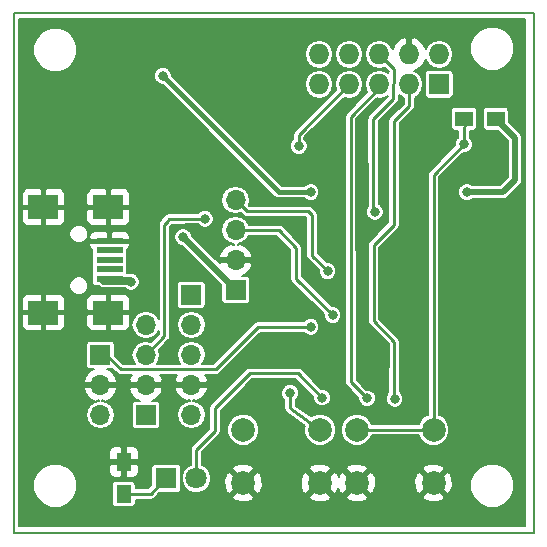
<source format=gbr>
G04 #@! TF.FileFunction,Copper,L2,Bot,Signal*
%FSLAX46Y46*%
G04 Gerber Fmt 4.6, Leading zero omitted, Abs format (unit mm)*
G04 Created by KiCad (PCBNEW 4.0.7) date Tue Jan 30 18:32:58 2018*
%MOMM*%
%LPD*%
G01*
G04 APERTURE LIST*
%ADD10C,0.100000*%
%ADD11C,0.150000*%
%ADD12O,1.727200X1.727200*%
%ADD13R,1.727200X1.727200*%
%ADD14R,2.301240X0.500380*%
%ADD15R,2.499360X1.998980*%
%ADD16R,1.700000X1.700000*%
%ADD17O,1.700000X1.700000*%
%ADD18R,1.800000X1.800000*%
%ADD19C,1.800000*%
%ADD20R,1.500000X1.300000*%
%ADD21R,1.300000X1.500000*%
%ADD22C,2.000000*%
%ADD23C,0.800000*%
%ADD24C,1.200000*%
%ADD25C,0.250000*%
%ADD26C,0.254000*%
%ADD27C,0.508000*%
%ADD28C,0.635000*%
%ADD29C,0.381000*%
%ADD30C,1.016000*%
%ADD31C,0.200000*%
G04 APERTURE END LIST*
D10*
D11*
X109800000Y-113600000D02*
X109800000Y-69600000D01*
X153800000Y-113600000D02*
X109800000Y-113600000D01*
X153800000Y-69600000D02*
X153800000Y-113600000D01*
X109800000Y-69600000D02*
X153800000Y-69600000D01*
D12*
X135640000Y-73060000D03*
X135640000Y-75600000D03*
X138180000Y-73060000D03*
X138180000Y-75600000D03*
X140720000Y-73060000D03*
X140720000Y-75600000D03*
X143260000Y-73060000D03*
X143260000Y-75600000D03*
X145800000Y-73060000D03*
D13*
X145800000Y-75600000D03*
D14*
X117899320Y-92075200D03*
X117899320Y-91275100D03*
X117899320Y-90475000D03*
X117899320Y-89674900D03*
X117899320Y-88874800D03*
D15*
X117800260Y-94925080D03*
X112301160Y-94925080D03*
X117800260Y-86024920D03*
X112301160Y-86024920D03*
D16*
X120975000Y-103600000D03*
D17*
X120975000Y-101060000D03*
X120975000Y-98520000D03*
X120975000Y-95980000D03*
D16*
X117125000Y-98525000D03*
D17*
X117125000Y-101065000D03*
X117125000Y-103605000D03*
D16*
X124825000Y-93425000D03*
D17*
X124825000Y-95965000D03*
X124825000Y-98505000D03*
X124825000Y-101045000D03*
X124825000Y-103585000D03*
D18*
X122700000Y-108975000D03*
D19*
X125240000Y-108975000D03*
D20*
X150590000Y-78520000D03*
X147890000Y-78520000D03*
D21*
X119100000Y-110300000D03*
X119100000Y-107600000D03*
D22*
X145325000Y-104850000D03*
X145325000Y-109350000D03*
X138825000Y-104850000D03*
X138825000Y-109350000D03*
X129225000Y-109350000D03*
X129225000Y-104850000D03*
X135725000Y-109350000D03*
X135725000Y-104850000D03*
D16*
X128580000Y-93040000D03*
D17*
X128580000Y-90500000D03*
X128580000Y-87960000D03*
X128580000Y-85420000D03*
D23*
X133925000Y-80850000D03*
X140350000Y-86400000D03*
X139700000Y-102200000D03*
X142025000Y-102225000D03*
X124140000Y-88540000D03*
X119700000Y-92325000D03*
D24*
X142725000Y-90825000D03*
D23*
X130875000Y-85375000D03*
X150425000Y-80675000D03*
X150450000Y-101700000D03*
X148130000Y-84750000D03*
X122410000Y-74900000D03*
X134920000Y-84730000D03*
X125950000Y-86980000D03*
X134920000Y-96150000D03*
X135900000Y-102130000D03*
X147900000Y-80700000D03*
X133175000Y-101725000D03*
X136780000Y-95140000D03*
X136350000Y-91420000D03*
D25*
X133925000Y-79875000D02*
X138180000Y-75600000D01*
X133925000Y-80850000D02*
X133925000Y-79875000D01*
D26*
X142000000Y-74340000D02*
X140720000Y-73060000D01*
X141925000Y-76825000D02*
X142000000Y-74340000D01*
X140200000Y-78550000D02*
X141925000Y-76825000D01*
X140225000Y-86275000D02*
X140200000Y-78550000D01*
X140350000Y-86400000D02*
X140225000Y-86275000D01*
X138325000Y-78350000D02*
X140720000Y-75955000D01*
X139700000Y-102200000D02*
X138330000Y-100840000D01*
X138330000Y-100840000D02*
X138325000Y-78350000D01*
X140720000Y-75955000D02*
X140720000Y-75600000D01*
D25*
X143275000Y-77425000D02*
X143260000Y-75600000D01*
X142025000Y-102225000D02*
X141975000Y-102175000D01*
X141975000Y-102175000D02*
X142000000Y-97400000D01*
X142000000Y-97400000D02*
X140250000Y-95650000D01*
X140250000Y-95650000D02*
X140250000Y-89225000D01*
X140250000Y-89225000D02*
X141975000Y-87500000D01*
X141975000Y-87500000D02*
X141975000Y-78725000D01*
X141975000Y-78725000D02*
X143275000Y-77425000D01*
D26*
X143260000Y-76390000D02*
X143260000Y-75600000D01*
D27*
X128580000Y-93040000D02*
X128580000Y-92980000D01*
X128580000Y-92980000D02*
X124140000Y-88540000D01*
D28*
X117449320Y-92225200D02*
X119600200Y-92225200D01*
X119600200Y-92225200D02*
X119700000Y-92325000D01*
D25*
X143522445Y-86450445D02*
X143219555Y-86450445D01*
X142880000Y-86790000D02*
X142910000Y-86790000D01*
X143219555Y-86450445D02*
X142880000Y-86790000D01*
D29*
X142725000Y-90825000D02*
X143522445Y-86450445D01*
D30*
X142800000Y-90825000D02*
X142725000Y-90825000D01*
D29*
X134920000Y-84730000D02*
X132240000Y-84730000D01*
X132240000Y-84730000D02*
X122410000Y-74900000D01*
D27*
X148130000Y-84750000D02*
X151210000Y-84750000D01*
X152220000Y-80150000D02*
X150590000Y-78520000D01*
X152220000Y-83740000D02*
X152220000Y-80150000D01*
X151210000Y-84750000D02*
X152220000Y-83740000D01*
D25*
X122540000Y-96955000D02*
X120975000Y-98520000D01*
X122520000Y-87510000D02*
X122540000Y-96955000D01*
X122720000Y-87250000D02*
X122520000Y-87510000D01*
X122910000Y-87010000D02*
X122720000Y-87250000D01*
X125950000Y-86980000D02*
X122910000Y-87010000D01*
X134920000Y-96150000D02*
X130470000Y-96150000D01*
X130470000Y-96150000D02*
X129420000Y-97200000D01*
X117125000Y-98525000D02*
X117615000Y-98525000D01*
X117615000Y-98525000D02*
X118840000Y-99750000D01*
X118840000Y-99750000D02*
X126870000Y-99750000D01*
X126870000Y-99750000D02*
X129420000Y-97200000D01*
D26*
X119100000Y-110300000D02*
X121375000Y-110300000D01*
X121375000Y-110300000D02*
X122700000Y-108975000D01*
D25*
X125240000Y-106570000D02*
X125240000Y-108975000D01*
X126820000Y-104990000D02*
X125240000Y-106570000D01*
X126820000Y-103040000D02*
X126820000Y-104990000D01*
X129800000Y-100060000D02*
X126820000Y-103040000D01*
X133830000Y-100060000D02*
X129800000Y-100060000D01*
X135900000Y-102130000D02*
X133830000Y-100060000D01*
X147900000Y-80700000D02*
X147900000Y-79230000D01*
X147900000Y-79230000D02*
X147960000Y-79170000D01*
X138825000Y-104850000D02*
X138825000Y-105000000D01*
X138825000Y-104850000D02*
X145325000Y-104850000D01*
X145325000Y-83275000D02*
X145325000Y-104850000D01*
X147900000Y-80700000D02*
X145325000Y-83275000D01*
X133175000Y-103050000D02*
X135725000Y-104850000D01*
X133175000Y-101725000D02*
X133175000Y-103050000D01*
X133690000Y-90500000D02*
X133690000Y-92050000D01*
X133690000Y-90500000D02*
X133690000Y-89440000D01*
X133690000Y-89440000D02*
X132210000Y-87960000D01*
X132210000Y-87960000D02*
X128580000Y-87960000D01*
X133690000Y-92050000D02*
X136780000Y-95140000D01*
X129520000Y-86360000D02*
X128580000Y-85420000D01*
X134700000Y-86360000D02*
X129520000Y-86360000D01*
X135030000Y-86690000D02*
X134700000Y-86360000D01*
X135030000Y-90100000D02*
X135030000Y-86690000D01*
X136350000Y-91420000D02*
X135030000Y-90100000D01*
D31*
G36*
X153112800Y-113041760D02*
X110225000Y-113041760D01*
X110225000Y-109966373D01*
X111449679Y-109966373D01*
X111730732Y-110646572D01*
X112250691Y-111167439D01*
X112930398Y-111449679D01*
X113666373Y-111450321D01*
X114346572Y-111169268D01*
X114867439Y-110649309D01*
X115149679Y-109969602D01*
X115150045Y-109550000D01*
X118093144Y-109550000D01*
X118093144Y-111050000D01*
X118117549Y-111179702D01*
X118194203Y-111298825D01*
X118311163Y-111378741D01*
X118450000Y-111406856D01*
X119750000Y-111406856D01*
X119879702Y-111382451D01*
X119998825Y-111305797D01*
X120078741Y-111188837D01*
X120106856Y-111050000D01*
X120106856Y-110777000D01*
X121375000Y-110777000D01*
X121557540Y-110740691D01*
X121712290Y-110637290D01*
X121844514Y-110505066D01*
X128287723Y-110505066D01*
X128390174Y-110761040D01*
X128993703Y-110973105D01*
X129632445Y-110938067D01*
X130059826Y-110761040D01*
X130162277Y-110505066D01*
X134787723Y-110505066D01*
X134890174Y-110761040D01*
X135493703Y-110973105D01*
X136132445Y-110938067D01*
X136559826Y-110761040D01*
X136662277Y-110505066D01*
X137887723Y-110505066D01*
X137990174Y-110761040D01*
X138593703Y-110973105D01*
X139232445Y-110938067D01*
X139659826Y-110761040D01*
X139762277Y-110505066D01*
X144387723Y-110505066D01*
X144490174Y-110761040D01*
X145093703Y-110973105D01*
X145732445Y-110938067D01*
X146159826Y-110761040D01*
X146262277Y-110505066D01*
X145325000Y-109567789D01*
X144387723Y-110505066D01*
X139762277Y-110505066D01*
X138825000Y-109567789D01*
X137887723Y-110505066D01*
X136662277Y-110505066D01*
X135725000Y-109567789D01*
X134787723Y-110505066D01*
X130162277Y-110505066D01*
X129225000Y-109567789D01*
X128287723Y-110505066D01*
X121844514Y-110505066D01*
X122117724Y-110231856D01*
X123600000Y-110231856D01*
X123729702Y-110207451D01*
X123848825Y-110130797D01*
X123928741Y-110013837D01*
X123956856Y-109875000D01*
X123956856Y-109222550D01*
X123989783Y-109222550D01*
X124179684Y-109682143D01*
X124531007Y-110034081D01*
X124990269Y-110224783D01*
X125487550Y-110225217D01*
X125947143Y-110035316D01*
X126299081Y-109683993D01*
X126489783Y-109224731D01*
X126489875Y-109118703D01*
X127601895Y-109118703D01*
X127636933Y-109757445D01*
X127813960Y-110184826D01*
X128069934Y-110287277D01*
X129007211Y-109350000D01*
X129442789Y-109350000D01*
X130380066Y-110287277D01*
X130636040Y-110184826D01*
X130848105Y-109581297D01*
X130822730Y-109118703D01*
X134101895Y-109118703D01*
X134136933Y-109757445D01*
X134313960Y-110184826D01*
X134569934Y-110287277D01*
X135507211Y-109350000D01*
X135942789Y-109350000D01*
X136880066Y-110287277D01*
X137136040Y-110184826D01*
X137263594Y-109821811D01*
X137413960Y-110184826D01*
X137669934Y-110287277D01*
X138607211Y-109350000D01*
X139042789Y-109350000D01*
X139980066Y-110287277D01*
X140236040Y-110184826D01*
X140448105Y-109581297D01*
X140422730Y-109118703D01*
X143701895Y-109118703D01*
X143736933Y-109757445D01*
X143913960Y-110184826D01*
X144169934Y-110287277D01*
X145107211Y-109350000D01*
X145542789Y-109350000D01*
X146480066Y-110287277D01*
X146736040Y-110184826D01*
X146812798Y-109966373D01*
X148449679Y-109966373D01*
X148730732Y-110646572D01*
X149250691Y-111167439D01*
X149930398Y-111449679D01*
X150666373Y-111450321D01*
X151346572Y-111169268D01*
X151867439Y-110649309D01*
X152149679Y-109969602D01*
X152150321Y-109233627D01*
X151869268Y-108553428D01*
X151349309Y-108032561D01*
X150669602Y-107750321D01*
X149933627Y-107749679D01*
X149253428Y-108030732D01*
X148732561Y-108550691D01*
X148450321Y-109230398D01*
X148449679Y-109966373D01*
X146812798Y-109966373D01*
X146948105Y-109581297D01*
X146913067Y-108942555D01*
X146736040Y-108515174D01*
X146480066Y-108412723D01*
X145542789Y-109350000D01*
X145107211Y-109350000D01*
X144169934Y-108412723D01*
X143913960Y-108515174D01*
X143701895Y-109118703D01*
X140422730Y-109118703D01*
X140413067Y-108942555D01*
X140236040Y-108515174D01*
X139980066Y-108412723D01*
X139042789Y-109350000D01*
X138607211Y-109350000D01*
X137669934Y-108412723D01*
X137413960Y-108515174D01*
X137286406Y-108878189D01*
X137136040Y-108515174D01*
X136880066Y-108412723D01*
X135942789Y-109350000D01*
X135507211Y-109350000D01*
X134569934Y-108412723D01*
X134313960Y-108515174D01*
X134101895Y-109118703D01*
X130822730Y-109118703D01*
X130813067Y-108942555D01*
X130636040Y-108515174D01*
X130380066Y-108412723D01*
X129442789Y-109350000D01*
X129007211Y-109350000D01*
X128069934Y-108412723D01*
X127813960Y-108515174D01*
X127601895Y-109118703D01*
X126489875Y-109118703D01*
X126490217Y-108727450D01*
X126300316Y-108267857D01*
X126227521Y-108194934D01*
X128287723Y-108194934D01*
X129225000Y-109132211D01*
X130162277Y-108194934D01*
X134787723Y-108194934D01*
X135725000Y-109132211D01*
X136662277Y-108194934D01*
X137887723Y-108194934D01*
X138825000Y-109132211D01*
X139762277Y-108194934D01*
X144387723Y-108194934D01*
X145325000Y-109132211D01*
X146262277Y-108194934D01*
X146159826Y-107938960D01*
X145556297Y-107726895D01*
X144917555Y-107761933D01*
X144490174Y-107938960D01*
X144387723Y-108194934D01*
X139762277Y-108194934D01*
X139659826Y-107938960D01*
X139056297Y-107726895D01*
X138417555Y-107761933D01*
X137990174Y-107938960D01*
X137887723Y-108194934D01*
X136662277Y-108194934D01*
X136559826Y-107938960D01*
X135956297Y-107726895D01*
X135317555Y-107761933D01*
X134890174Y-107938960D01*
X134787723Y-108194934D01*
X130162277Y-108194934D01*
X130059826Y-107938960D01*
X129456297Y-107726895D01*
X128817555Y-107761933D01*
X128390174Y-107938960D01*
X128287723Y-108194934D01*
X126227521Y-108194934D01*
X125948993Y-107915919D01*
X125715000Y-107818757D01*
X125715000Y-106766752D01*
X127155873Y-105325878D01*
X127155876Y-105325876D01*
X127258843Y-105171775D01*
X127269668Y-105117353D01*
X127874766Y-105117353D01*
X128079858Y-105613715D01*
X128459288Y-105993807D01*
X128955290Y-106199765D01*
X129492353Y-106200234D01*
X129988715Y-105995142D01*
X130368807Y-105615712D01*
X130574765Y-105119710D01*
X130575234Y-104582647D01*
X130370142Y-104086285D01*
X129990712Y-103706193D01*
X129494710Y-103500235D01*
X128957647Y-103499766D01*
X128461285Y-103704858D01*
X128081193Y-104084288D01*
X127875235Y-104580290D01*
X127874766Y-105117353D01*
X127269668Y-105117353D01*
X127295000Y-104990000D01*
X127295000Y-103236752D01*
X128658221Y-101873530D01*
X132424870Y-101873530D01*
X132538811Y-102149286D01*
X132700000Y-102310756D01*
X132700000Y-103050000D01*
X132707950Y-103089967D01*
X132706906Y-103130706D01*
X132725857Y-103179991D01*
X132736157Y-103231775D01*
X132758796Y-103265657D01*
X132773422Y-103303694D01*
X132809790Y-103341974D01*
X132839124Y-103385876D01*
X132873007Y-103408516D01*
X132901075Y-103438060D01*
X134407875Y-104501683D01*
X134375235Y-104580290D01*
X134374766Y-105117353D01*
X134579858Y-105613715D01*
X134959288Y-105993807D01*
X135455290Y-106199765D01*
X135992353Y-106200234D01*
X136488715Y-105995142D01*
X136868807Y-105615712D01*
X137074765Y-105119710D01*
X137074767Y-105117353D01*
X137474766Y-105117353D01*
X137679858Y-105613715D01*
X138059288Y-105993807D01*
X138555290Y-106199765D01*
X139092353Y-106200234D01*
X139588715Y-105995142D01*
X139968807Y-105615712D01*
X140089521Y-105325000D01*
X144060564Y-105325000D01*
X144179858Y-105613715D01*
X144559288Y-105993807D01*
X145055290Y-106199765D01*
X145592353Y-106200234D01*
X146088715Y-105995142D01*
X146468807Y-105615712D01*
X146674765Y-105119710D01*
X146675234Y-104582647D01*
X146470142Y-104086285D01*
X146090712Y-103706193D01*
X145800000Y-103585479D01*
X145800000Y-84898530D01*
X147379870Y-84898530D01*
X147493811Y-85174286D01*
X147704605Y-85385448D01*
X147980161Y-85499869D01*
X148278530Y-85500130D01*
X148554286Y-85386189D01*
X148586531Y-85354000D01*
X151210000Y-85354000D01*
X151441141Y-85308023D01*
X151637092Y-85177092D01*
X152647093Y-84167092D01*
X152758652Y-84000131D01*
X152778023Y-83971141D01*
X152824000Y-83740000D01*
X152824000Y-80150000D01*
X152778023Y-79918859D01*
X152748717Y-79875000D01*
X152647092Y-79722907D01*
X151696856Y-78772672D01*
X151696856Y-77870000D01*
X151672451Y-77740298D01*
X151595797Y-77621175D01*
X151478837Y-77541259D01*
X151340000Y-77513144D01*
X149840000Y-77513144D01*
X149710298Y-77537549D01*
X149591175Y-77614203D01*
X149511259Y-77731163D01*
X149483144Y-77870000D01*
X149483144Y-79170000D01*
X149507549Y-79299702D01*
X149584203Y-79418825D01*
X149701163Y-79498741D01*
X149840000Y-79526856D01*
X150742672Y-79526856D01*
X151616000Y-80400185D01*
X151616000Y-83489815D01*
X150959816Y-84146000D01*
X148586788Y-84146000D01*
X148555395Y-84114552D01*
X148279839Y-84000131D01*
X147981470Y-83999870D01*
X147705714Y-84113811D01*
X147494552Y-84324605D01*
X147380131Y-84600161D01*
X147379870Y-84898530D01*
X145800000Y-84898530D01*
X145800000Y-83471752D01*
X147821820Y-81449932D01*
X148048530Y-81450130D01*
X148324286Y-81336189D01*
X148535448Y-81125395D01*
X148649869Y-80849839D01*
X148650130Y-80551470D01*
X148536189Y-80275714D01*
X148375000Y-80114244D01*
X148375000Y-79526856D01*
X148640000Y-79526856D01*
X148769702Y-79502451D01*
X148888825Y-79425797D01*
X148968741Y-79308837D01*
X148996856Y-79170000D01*
X148996856Y-77870000D01*
X148972451Y-77740298D01*
X148895797Y-77621175D01*
X148778837Y-77541259D01*
X148640000Y-77513144D01*
X147140000Y-77513144D01*
X147010298Y-77537549D01*
X146891175Y-77614203D01*
X146811259Y-77731163D01*
X146783144Y-77870000D01*
X146783144Y-79170000D01*
X146807549Y-79299702D01*
X146884203Y-79418825D01*
X147001163Y-79498741D01*
X147140000Y-79526856D01*
X147425000Y-79526856D01*
X147425000Y-80114437D01*
X147264552Y-80274605D01*
X147150131Y-80550161D01*
X147149931Y-80778317D01*
X144989124Y-82939124D01*
X144886157Y-83093225D01*
X144850000Y-83275000D01*
X144850000Y-103585564D01*
X144561285Y-103704858D01*
X144181193Y-104084288D01*
X144060479Y-104375000D01*
X140089436Y-104375000D01*
X139970142Y-104086285D01*
X139590712Y-103706193D01*
X139094710Y-103500235D01*
X138557647Y-103499766D01*
X138061285Y-103704858D01*
X137681193Y-104084288D01*
X137475235Y-104580290D01*
X137474766Y-105117353D01*
X137074767Y-105117353D01*
X137075234Y-104582647D01*
X136870142Y-104086285D01*
X136490712Y-103706193D01*
X135994710Y-103500235D01*
X135457647Y-103499766D01*
X134961285Y-103704858D01*
X134946832Y-103719286D01*
X133650000Y-102803875D01*
X133650000Y-102310563D01*
X133810448Y-102150395D01*
X133924869Y-101874839D01*
X133925130Y-101576470D01*
X133811189Y-101300714D01*
X133600395Y-101089552D01*
X133324839Y-100975131D01*
X133026470Y-100974870D01*
X132750714Y-101088811D01*
X132539552Y-101299605D01*
X132425131Y-101575161D01*
X132424870Y-101873530D01*
X128658221Y-101873530D01*
X129996751Y-100535000D01*
X133633248Y-100535000D01*
X135150068Y-102051820D01*
X135149870Y-102278530D01*
X135263811Y-102554286D01*
X135474605Y-102765448D01*
X135750161Y-102879869D01*
X136048530Y-102880130D01*
X136324286Y-102766189D01*
X136535448Y-102555395D01*
X136649869Y-102279839D01*
X136650130Y-101981470D01*
X136536189Y-101705714D01*
X136325395Y-101494552D01*
X136049839Y-101380131D01*
X135821683Y-101379931D01*
X134165876Y-99724124D01*
X134011775Y-99621157D01*
X133830000Y-99585000D01*
X129800000Y-99585000D01*
X129618225Y-99621157D01*
X129464124Y-99724124D01*
X129464122Y-99724127D01*
X126484124Y-102704124D01*
X126381157Y-102858225D01*
X126345000Y-103040000D01*
X126345000Y-104793249D01*
X124904124Y-106234124D01*
X124801157Y-106388225D01*
X124765000Y-106570000D01*
X124765000Y-107818764D01*
X124532857Y-107914684D01*
X124180919Y-108266007D01*
X123990217Y-108725269D01*
X123989783Y-109222550D01*
X123956856Y-109222550D01*
X123956856Y-108075000D01*
X123932451Y-107945298D01*
X123855797Y-107826175D01*
X123738837Y-107746259D01*
X123600000Y-107718144D01*
X121800000Y-107718144D01*
X121670298Y-107742549D01*
X121551175Y-107819203D01*
X121471259Y-107936163D01*
X121443144Y-108075000D01*
X121443144Y-109557276D01*
X121177420Y-109823000D01*
X120106856Y-109823000D01*
X120106856Y-109550000D01*
X120082451Y-109420298D01*
X120005797Y-109301175D01*
X119888837Y-109221259D01*
X119750000Y-109193144D01*
X118450000Y-109193144D01*
X118320298Y-109217549D01*
X118201175Y-109294203D01*
X118121259Y-109411163D01*
X118093144Y-109550000D01*
X115150045Y-109550000D01*
X115150321Y-109233627D01*
X114869268Y-108553428D01*
X114349309Y-108032561D01*
X114044518Y-107906000D01*
X117842000Y-107906000D01*
X117842000Y-108470939D01*
X117934563Y-108694405D01*
X118105596Y-108865438D01*
X118329062Y-108958000D01*
X118794000Y-108958000D01*
X118946000Y-108806000D01*
X118946000Y-107754000D01*
X119254000Y-107754000D01*
X119254000Y-108806000D01*
X119406000Y-108958000D01*
X119870938Y-108958000D01*
X120094404Y-108865438D01*
X120265437Y-108694405D01*
X120358000Y-108470939D01*
X120358000Y-107906000D01*
X120206000Y-107754000D01*
X119254000Y-107754000D01*
X118946000Y-107754000D01*
X117994000Y-107754000D01*
X117842000Y-107906000D01*
X114044518Y-107906000D01*
X113669602Y-107750321D01*
X112933627Y-107749679D01*
X112253428Y-108030732D01*
X111732561Y-108550691D01*
X111450321Y-109230398D01*
X111449679Y-109966373D01*
X110225000Y-109966373D01*
X110225000Y-106729061D01*
X117842000Y-106729061D01*
X117842000Y-107294000D01*
X117994000Y-107446000D01*
X118946000Y-107446000D01*
X118946000Y-106394000D01*
X119254000Y-106394000D01*
X119254000Y-107446000D01*
X120206000Y-107446000D01*
X120358000Y-107294000D01*
X120358000Y-106729061D01*
X120265437Y-106505595D01*
X120094404Y-106334562D01*
X119870938Y-106242000D01*
X119406000Y-106242000D01*
X119254000Y-106394000D01*
X118946000Y-106394000D01*
X118794000Y-106242000D01*
X118329062Y-106242000D01*
X118105596Y-106334562D01*
X117934563Y-106505595D01*
X117842000Y-106729061D01*
X110225000Y-106729061D01*
X110225000Y-101443910D01*
X115717097Y-101443910D01*
X115861523Y-101792616D01*
X116236146Y-102220741D01*
X116746089Y-102472915D01*
X116970998Y-102362857D01*
X116970998Y-102430957D01*
X116642271Y-102496345D01*
X116252963Y-102756472D01*
X115992836Y-103145780D01*
X115901491Y-103605000D01*
X115992836Y-104064220D01*
X116252963Y-104453528D01*
X116642271Y-104713655D01*
X117101491Y-104805000D01*
X117148509Y-104805000D01*
X117607729Y-104713655D01*
X117997037Y-104453528D01*
X118257164Y-104064220D01*
X118348509Y-103605000D01*
X118257164Y-103145780D01*
X117997037Y-102756472D01*
X117607729Y-102496345D01*
X117279002Y-102430957D01*
X117279002Y-102362857D01*
X117503911Y-102472915D01*
X118013854Y-102220741D01*
X118388477Y-101792616D01*
X118532903Y-101443910D01*
X118530436Y-101438910D01*
X119567097Y-101438910D01*
X119711523Y-101787616D01*
X120086146Y-102215741D01*
X120444888Y-102393144D01*
X120125000Y-102393144D01*
X119995298Y-102417549D01*
X119876175Y-102494203D01*
X119796259Y-102611163D01*
X119768144Y-102750000D01*
X119768144Y-104450000D01*
X119792549Y-104579702D01*
X119869203Y-104698825D01*
X119986163Y-104778741D01*
X120125000Y-104806856D01*
X121825000Y-104806856D01*
X121954702Y-104782451D01*
X122073825Y-104705797D01*
X122153741Y-104588837D01*
X122181856Y-104450000D01*
X122181856Y-102750000D01*
X122157451Y-102620298D01*
X122080797Y-102501175D01*
X121963837Y-102421259D01*
X121825000Y-102393144D01*
X121505112Y-102393144D01*
X121863854Y-102215741D01*
X122238477Y-101787616D01*
X122382903Y-101438910D01*
X122375500Y-101423910D01*
X123417097Y-101423910D01*
X123561523Y-101772616D01*
X123936146Y-102200741D01*
X124446089Y-102452915D01*
X124670998Y-102342857D01*
X124670998Y-102410957D01*
X124342271Y-102476345D01*
X123952963Y-102736472D01*
X123692836Y-103125780D01*
X123601491Y-103585000D01*
X123692836Y-104044220D01*
X123952963Y-104433528D01*
X124342271Y-104693655D01*
X124801491Y-104785000D01*
X124848509Y-104785000D01*
X125307729Y-104693655D01*
X125697037Y-104433528D01*
X125957164Y-104044220D01*
X126048509Y-103585000D01*
X125957164Y-103125780D01*
X125697037Y-102736472D01*
X125307729Y-102476345D01*
X124979002Y-102410957D01*
X124979002Y-102342857D01*
X125203911Y-102452915D01*
X125713854Y-102200741D01*
X126088477Y-101772616D01*
X126232903Y-101423910D01*
X126121889Y-101199000D01*
X124979000Y-101199000D01*
X124979000Y-101219000D01*
X124671000Y-101219000D01*
X124671000Y-101199000D01*
X123528111Y-101199000D01*
X123417097Y-101423910D01*
X122375500Y-101423910D01*
X122271889Y-101214000D01*
X121129000Y-101214000D01*
X121129000Y-101234000D01*
X120821000Y-101234000D01*
X120821000Y-101214000D01*
X119678111Y-101214000D01*
X119567097Y-101438910D01*
X118530436Y-101438910D01*
X118421889Y-101219000D01*
X117279000Y-101219000D01*
X117279000Y-101239000D01*
X116971000Y-101239000D01*
X116971000Y-101219000D01*
X115828111Y-101219000D01*
X115717097Y-101443910D01*
X110225000Y-101443910D01*
X110225000Y-100686090D01*
X115717097Y-100686090D01*
X115828111Y-100911000D01*
X116971000Y-100911000D01*
X116971000Y-100891000D01*
X117279000Y-100891000D01*
X117279000Y-100911000D01*
X118421889Y-100911000D01*
X118532903Y-100686090D01*
X118388477Y-100337384D01*
X118013854Y-99909259D01*
X117655112Y-99731856D01*
X117975000Y-99731856D01*
X118104702Y-99707451D01*
X118117478Y-99699230D01*
X118504122Y-100085873D01*
X118504124Y-100085876D01*
X118658225Y-100188843D01*
X118688384Y-100194842D01*
X118840000Y-100225001D01*
X118840005Y-100225000D01*
X119805487Y-100225000D01*
X119711523Y-100332384D01*
X119567097Y-100681090D01*
X119678111Y-100906000D01*
X120821000Y-100906000D01*
X120821000Y-100886000D01*
X121129000Y-100886000D01*
X121129000Y-100906000D01*
X122271889Y-100906000D01*
X122382903Y-100681090D01*
X122238477Y-100332384D01*
X122144513Y-100225000D01*
X123642362Y-100225000D01*
X123561523Y-100317384D01*
X123417097Y-100666090D01*
X123528111Y-100891000D01*
X124671000Y-100891000D01*
X124671000Y-100871000D01*
X124979000Y-100871000D01*
X124979000Y-100891000D01*
X126121889Y-100891000D01*
X126232903Y-100666090D01*
X126088477Y-100317384D01*
X126007638Y-100225000D01*
X126870000Y-100225000D01*
X127051775Y-100188843D01*
X127205876Y-100085876D01*
X129755873Y-97535878D01*
X129755876Y-97535876D01*
X130666752Y-96625000D01*
X134334437Y-96625000D01*
X134494605Y-96785448D01*
X134770161Y-96899869D01*
X135068530Y-96900130D01*
X135344286Y-96786189D01*
X135555448Y-96575395D01*
X135669869Y-96299839D01*
X135670130Y-96001470D01*
X135556189Y-95725714D01*
X135345395Y-95514552D01*
X135069839Y-95400131D01*
X134771470Y-95399870D01*
X134495714Y-95513811D01*
X134334244Y-95675000D01*
X130470000Y-95675000D01*
X130288225Y-95711157D01*
X130134124Y-95814124D01*
X129084124Y-96864124D01*
X129084122Y-96864127D01*
X126673248Y-99275000D01*
X125749508Y-99275000D01*
X125957164Y-98964220D01*
X126048509Y-98505000D01*
X125957164Y-98045780D01*
X125697037Y-97656472D01*
X125307729Y-97396345D01*
X124848509Y-97305000D01*
X124801491Y-97305000D01*
X124342271Y-97396345D01*
X123952963Y-97656472D01*
X123692836Y-98045780D01*
X123601491Y-98505000D01*
X123692836Y-98964220D01*
X123900492Y-99275000D01*
X121909530Y-99275000D01*
X122107164Y-98979220D01*
X122198509Y-98520000D01*
X122107164Y-98060780D01*
X122106687Y-98060065D01*
X122875876Y-97290876D01*
X122876161Y-97290449D01*
X122876586Y-97290164D01*
X122927564Y-97213520D01*
X122978843Y-97136775D01*
X122978943Y-97136272D01*
X122979227Y-97135845D01*
X122997020Y-97045395D01*
X123015000Y-96955000D01*
X123014900Y-96954497D01*
X123014999Y-96953994D01*
X123012905Y-95965000D01*
X123601491Y-95965000D01*
X123692836Y-96424220D01*
X123952963Y-96813528D01*
X124342271Y-97073655D01*
X124801491Y-97165000D01*
X124848509Y-97165000D01*
X125307729Y-97073655D01*
X125697037Y-96813528D01*
X125957164Y-96424220D01*
X126048509Y-95965000D01*
X125957164Y-95505780D01*
X125697037Y-95116472D01*
X125307729Y-94856345D01*
X124848509Y-94765000D01*
X124801491Y-94765000D01*
X124342271Y-94856345D01*
X123952963Y-95116472D01*
X123692836Y-95505780D01*
X123601491Y-95965000D01*
X123012905Y-95965000D01*
X123005727Y-92575000D01*
X123618144Y-92575000D01*
X123618144Y-94275000D01*
X123642549Y-94404702D01*
X123719203Y-94523825D01*
X123836163Y-94603741D01*
X123975000Y-94631856D01*
X125675000Y-94631856D01*
X125804702Y-94607451D01*
X125923825Y-94530797D01*
X126003741Y-94413837D01*
X126031856Y-94275000D01*
X126031856Y-92575000D01*
X126007451Y-92445298D01*
X125930797Y-92326175D01*
X125813837Y-92246259D01*
X125675000Y-92218144D01*
X123975000Y-92218144D01*
X123845298Y-92242549D01*
X123726175Y-92319203D01*
X123646259Y-92436163D01*
X123618144Y-92575000D01*
X123005727Y-92575000D01*
X122997497Y-88688530D01*
X123389870Y-88688530D01*
X123503811Y-88964286D01*
X123714605Y-89175448D01*
X123990161Y-89289869D01*
X124035725Y-89289909D01*
X127373144Y-92627329D01*
X127373144Y-93890000D01*
X127397549Y-94019702D01*
X127474203Y-94138825D01*
X127591163Y-94218741D01*
X127730000Y-94246856D01*
X129430000Y-94246856D01*
X129559702Y-94222451D01*
X129678825Y-94145797D01*
X129758741Y-94028837D01*
X129786856Y-93890000D01*
X129786856Y-92190000D01*
X129762451Y-92060298D01*
X129685797Y-91941175D01*
X129568837Y-91861259D01*
X129430000Y-91833144D01*
X129110112Y-91833144D01*
X129468854Y-91655741D01*
X129843477Y-91227616D01*
X129987903Y-90878910D01*
X129876889Y-90654000D01*
X128734000Y-90654000D01*
X128734000Y-90674000D01*
X128426000Y-90674000D01*
X128426000Y-90654000D01*
X127283111Y-90654000D01*
X127225302Y-90771118D01*
X126575274Y-90121090D01*
X127172097Y-90121090D01*
X127283111Y-90346000D01*
X128426000Y-90346000D01*
X128426000Y-90326000D01*
X128734000Y-90326000D01*
X128734000Y-90346000D01*
X129876889Y-90346000D01*
X129987903Y-90121090D01*
X129843477Y-89772384D01*
X129468854Y-89344259D01*
X128958911Y-89092085D01*
X128734002Y-89202143D01*
X128734002Y-89134043D01*
X129062729Y-89068655D01*
X129452037Y-88808528D01*
X129701620Y-88435000D01*
X132013248Y-88435000D01*
X133215000Y-89636752D01*
X133215000Y-92050000D01*
X133251157Y-92231775D01*
X133354124Y-92385876D01*
X136030068Y-95061820D01*
X136029870Y-95288530D01*
X136143811Y-95564286D01*
X136354605Y-95775448D01*
X136630161Y-95889869D01*
X136928530Y-95890130D01*
X137204286Y-95776189D01*
X137415448Y-95565395D01*
X137529869Y-95289839D01*
X137530130Y-94991470D01*
X137416189Y-94715714D01*
X137205395Y-94504552D01*
X136929839Y-94390131D01*
X136701683Y-94389931D01*
X134165000Y-91853248D01*
X134165000Y-89440000D01*
X134128843Y-89258225D01*
X134025876Y-89104124D01*
X132545876Y-87624124D01*
X132391775Y-87521157D01*
X132210000Y-87485000D01*
X129701620Y-87485000D01*
X129452037Y-87111472D01*
X129062729Y-86851345D01*
X128603509Y-86760000D01*
X128556491Y-86760000D01*
X128097271Y-86851345D01*
X127707963Y-87111472D01*
X127447836Y-87500780D01*
X127356491Y-87960000D01*
X127447836Y-88419220D01*
X127707963Y-88808528D01*
X128097271Y-89068655D01*
X128425998Y-89134043D01*
X128425998Y-89202143D01*
X128201089Y-89092085D01*
X127691146Y-89344259D01*
X127316523Y-89772384D01*
X127172097Y-90121090D01*
X126575274Y-90121090D01*
X124890091Y-88435907D01*
X124890130Y-88391470D01*
X124776189Y-88115714D01*
X124565395Y-87904552D01*
X124289839Y-87790131D01*
X123991470Y-87789870D01*
X123715714Y-87903811D01*
X123504552Y-88114605D01*
X123390131Y-88390161D01*
X123389870Y-88688530D01*
X122997497Y-88688530D01*
X122995342Y-87671113D01*
X123094463Y-87542256D01*
X123141581Y-87482738D01*
X125370172Y-87460745D01*
X125524605Y-87615448D01*
X125800161Y-87729869D01*
X126098530Y-87730130D01*
X126374286Y-87616189D01*
X126585448Y-87405395D01*
X126699869Y-87129839D01*
X126700130Y-86831470D01*
X126586189Y-86555714D01*
X126375395Y-86344552D01*
X126099839Y-86230131D01*
X125801470Y-86229870D01*
X125525714Y-86343811D01*
X125358419Y-86510815D01*
X122905313Y-86535023D01*
X122880456Y-86540223D01*
X122855137Y-86538178D01*
X122790439Y-86559053D01*
X122723903Y-86572972D01*
X122702925Y-86587291D01*
X122678756Y-86595089D01*
X122626978Y-86639128D01*
X122570826Y-86677455D01*
X122556924Y-86698713D01*
X122537579Y-86715166D01*
X122347578Y-86955166D01*
X122346041Y-86958168D01*
X122343503Y-86960388D01*
X122143504Y-87220387D01*
X122115613Y-87276774D01*
X122080773Y-87329155D01*
X122074877Y-87359129D01*
X122061332Y-87386512D01*
X122057142Y-87449285D01*
X122045001Y-87511006D01*
X122061818Y-95452915D01*
X121847037Y-95131472D01*
X121457729Y-94871345D01*
X120998509Y-94780000D01*
X120951491Y-94780000D01*
X120492271Y-94871345D01*
X120102963Y-95131472D01*
X119842836Y-95520780D01*
X119751491Y-95980000D01*
X119842836Y-96439220D01*
X120102963Y-96828528D01*
X120492271Y-97088655D01*
X120951491Y-97180000D01*
X120998509Y-97180000D01*
X121457729Y-97088655D01*
X121847037Y-96828528D01*
X122064043Y-96503755D01*
X122064583Y-96758665D01*
X121419506Y-97403742D01*
X120998509Y-97320000D01*
X120951491Y-97320000D01*
X120492271Y-97411345D01*
X120102963Y-97671472D01*
X119842836Y-98060780D01*
X119751491Y-98520000D01*
X119842836Y-98979220D01*
X120040470Y-99275000D01*
X119036751Y-99275000D01*
X118331856Y-98570104D01*
X118331856Y-97675000D01*
X118307451Y-97545298D01*
X118230797Y-97426175D01*
X118113837Y-97346259D01*
X117975000Y-97318144D01*
X116275000Y-97318144D01*
X116145298Y-97342549D01*
X116026175Y-97419203D01*
X115946259Y-97536163D01*
X115918144Y-97675000D01*
X115918144Y-99375000D01*
X115942549Y-99504702D01*
X116019203Y-99623825D01*
X116136163Y-99703741D01*
X116275000Y-99731856D01*
X116594888Y-99731856D01*
X116236146Y-99909259D01*
X115861523Y-100337384D01*
X115717097Y-100686090D01*
X110225000Y-100686090D01*
X110225000Y-95231080D01*
X110443480Y-95231080D01*
X110443480Y-96045508D01*
X110536042Y-96268974D01*
X110707075Y-96440007D01*
X110930541Y-96532570D01*
X111995160Y-96532570D01*
X112147160Y-96380570D01*
X112147160Y-95079080D01*
X112455160Y-95079080D01*
X112455160Y-96380570D01*
X112607160Y-96532570D01*
X113671779Y-96532570D01*
X113895245Y-96440007D01*
X114066278Y-96268974D01*
X114158840Y-96045508D01*
X114158840Y-95231080D01*
X115942580Y-95231080D01*
X115942580Y-96045508D01*
X116035142Y-96268974D01*
X116206175Y-96440007D01*
X116429641Y-96532570D01*
X117494260Y-96532570D01*
X117646260Y-96380570D01*
X117646260Y-95079080D01*
X117954260Y-95079080D01*
X117954260Y-96380570D01*
X118106260Y-96532570D01*
X119170879Y-96532570D01*
X119394345Y-96440007D01*
X119565378Y-96268974D01*
X119657940Y-96045508D01*
X119657940Y-95231080D01*
X119505940Y-95079080D01*
X117954260Y-95079080D01*
X117646260Y-95079080D01*
X116094580Y-95079080D01*
X115942580Y-95231080D01*
X114158840Y-95231080D01*
X114006840Y-95079080D01*
X112455160Y-95079080D01*
X112147160Y-95079080D01*
X110595480Y-95079080D01*
X110443480Y-95231080D01*
X110225000Y-95231080D01*
X110225000Y-93804652D01*
X110443480Y-93804652D01*
X110443480Y-94619080D01*
X110595480Y-94771080D01*
X112147160Y-94771080D01*
X112147160Y-93469590D01*
X112455160Y-93469590D01*
X112455160Y-94771080D01*
X114006840Y-94771080D01*
X114158840Y-94619080D01*
X114158840Y-93804652D01*
X115942580Y-93804652D01*
X115942580Y-94619080D01*
X116094580Y-94771080D01*
X117646260Y-94771080D01*
X117646260Y-93469590D01*
X117954260Y-93469590D01*
X117954260Y-94771080D01*
X119505940Y-94771080D01*
X119657940Y-94619080D01*
X119657940Y-93804652D01*
X119565378Y-93581186D01*
X119394345Y-93410153D01*
X119170879Y-93317590D01*
X118106260Y-93317590D01*
X117954260Y-93469590D01*
X117646260Y-93469590D01*
X117494260Y-93317590D01*
X116429641Y-93317590D01*
X116206175Y-93410153D01*
X116035142Y-93581186D01*
X115942580Y-93804652D01*
X114158840Y-93804652D01*
X114066278Y-93581186D01*
X113895245Y-93410153D01*
X113671779Y-93317590D01*
X112607160Y-93317590D01*
X112455160Y-93469590D01*
X112147160Y-93469590D01*
X111995160Y-93317590D01*
X110930541Y-93317590D01*
X110707075Y-93410153D01*
X110536042Y-93581186D01*
X110443480Y-93804652D01*
X110225000Y-93804652D01*
X110225000Y-92832989D01*
X114501181Y-92832989D01*
X114622654Y-93126974D01*
X114847383Y-93352096D01*
X115141156Y-93474081D01*
X115459249Y-93474359D01*
X115753234Y-93352886D01*
X115978356Y-93128157D01*
X116100341Y-92834384D01*
X116100619Y-92516291D01*
X115979146Y-92222306D01*
X115754417Y-91997184D01*
X115460644Y-91875199D01*
X115142551Y-91874921D01*
X114848566Y-91996394D01*
X114623444Y-92221123D01*
X114501459Y-92514896D01*
X114501181Y-92832989D01*
X110225000Y-92832989D01*
X110225000Y-89151895D01*
X116140700Y-89151895D01*
X116140700Y-89245928D01*
X116233262Y-89469394D01*
X116391844Y-89627976D01*
X116391844Y-89925090D01*
X116416249Y-90054792D01*
X116428382Y-90073646D01*
X116419959Y-90085973D01*
X116391844Y-90224810D01*
X116391844Y-90725190D01*
X116416249Y-90854892D01*
X116428382Y-90873746D01*
X116419959Y-90886073D01*
X116391844Y-91024910D01*
X116391844Y-91525290D01*
X116416249Y-91654992D01*
X116428382Y-91673846D01*
X116419959Y-91686173D01*
X116391844Y-91825010D01*
X116391844Y-92325390D01*
X116416249Y-92455092D01*
X116492903Y-92574215D01*
X116609863Y-92654131D01*
X116748700Y-92682246D01*
X116967338Y-92682246D01*
X116977326Y-92697194D01*
X117193879Y-92841890D01*
X117449320Y-92892700D01*
X119206975Y-92892700D01*
X119274605Y-92960448D01*
X119550161Y-93074869D01*
X119848530Y-93075130D01*
X120124286Y-92961189D01*
X120335448Y-92750395D01*
X120449869Y-92474839D01*
X120450130Y-92176470D01*
X120336189Y-91900714D01*
X120125395Y-91689552D01*
X119849839Y-91575131D01*
X119687117Y-91574989D01*
X119600200Y-91557700D01*
X119400233Y-91557700D01*
X119406796Y-91525290D01*
X119406796Y-91024910D01*
X119382391Y-90895208D01*
X119370258Y-90876354D01*
X119378681Y-90864027D01*
X119406796Y-90725190D01*
X119406796Y-90224810D01*
X119382391Y-90095108D01*
X119370258Y-90076254D01*
X119378681Y-90063927D01*
X119406796Y-89925090D01*
X119406796Y-89627976D01*
X119565378Y-89469394D01*
X119657940Y-89245928D01*
X119657940Y-89151895D01*
X119505940Y-88999895D01*
X118053320Y-88999895D01*
X118053320Y-89048800D01*
X117745320Y-89048800D01*
X117745320Y-88999895D01*
X116292700Y-88999895D01*
X116140700Y-89151895D01*
X110225000Y-89151895D01*
X110225000Y-88433709D01*
X114501181Y-88433709D01*
X114622654Y-88727694D01*
X114847383Y-88952816D01*
X115141156Y-89074801D01*
X115459249Y-89075079D01*
X115753234Y-88953606D01*
X115978356Y-88728877D01*
X116071869Y-88503672D01*
X116140700Y-88503672D01*
X116140700Y-88597705D01*
X116292700Y-88749705D01*
X117745320Y-88749705D01*
X117745320Y-88168610D01*
X118053320Y-88168610D01*
X118053320Y-88749705D01*
X119505940Y-88749705D01*
X119657940Y-88597705D01*
X119657940Y-88503672D01*
X119565378Y-88280206D01*
X119394345Y-88109173D01*
X119170879Y-88016610D01*
X118205320Y-88016610D01*
X118053320Y-88168610D01*
X117745320Y-88168610D01*
X117593320Y-88016610D01*
X116627761Y-88016610D01*
X116404295Y-88109173D01*
X116233262Y-88280206D01*
X116140700Y-88503672D01*
X116071869Y-88503672D01*
X116100341Y-88435104D01*
X116100619Y-88117011D01*
X115979146Y-87823026D01*
X115754417Y-87597904D01*
X115460644Y-87475919D01*
X115142551Y-87475641D01*
X114848566Y-87597114D01*
X114623444Y-87821843D01*
X114501459Y-88115616D01*
X114501181Y-88433709D01*
X110225000Y-88433709D01*
X110225000Y-86330920D01*
X110443480Y-86330920D01*
X110443480Y-87145348D01*
X110536042Y-87368814D01*
X110707075Y-87539847D01*
X110930541Y-87632410D01*
X111995160Y-87632410D01*
X112147160Y-87480410D01*
X112147160Y-86178920D01*
X112455160Y-86178920D01*
X112455160Y-87480410D01*
X112607160Y-87632410D01*
X113671779Y-87632410D01*
X113895245Y-87539847D01*
X114066278Y-87368814D01*
X114158840Y-87145348D01*
X114158840Y-86330920D01*
X115942580Y-86330920D01*
X115942580Y-87145348D01*
X116035142Y-87368814D01*
X116206175Y-87539847D01*
X116429641Y-87632410D01*
X117494260Y-87632410D01*
X117646260Y-87480410D01*
X117646260Y-86178920D01*
X117954260Y-86178920D01*
X117954260Y-87480410D01*
X118106260Y-87632410D01*
X119170879Y-87632410D01*
X119394345Y-87539847D01*
X119565378Y-87368814D01*
X119657940Y-87145348D01*
X119657940Y-86330920D01*
X119505940Y-86178920D01*
X117954260Y-86178920D01*
X117646260Y-86178920D01*
X116094580Y-86178920D01*
X115942580Y-86330920D01*
X114158840Y-86330920D01*
X114006840Y-86178920D01*
X112455160Y-86178920D01*
X112147160Y-86178920D01*
X110595480Y-86178920D01*
X110443480Y-86330920D01*
X110225000Y-86330920D01*
X110225000Y-84904492D01*
X110443480Y-84904492D01*
X110443480Y-85718920D01*
X110595480Y-85870920D01*
X112147160Y-85870920D01*
X112147160Y-84569430D01*
X112455160Y-84569430D01*
X112455160Y-85870920D01*
X114006840Y-85870920D01*
X114158840Y-85718920D01*
X114158840Y-84904492D01*
X115942580Y-84904492D01*
X115942580Y-85718920D01*
X116094580Y-85870920D01*
X117646260Y-85870920D01*
X117646260Y-84569430D01*
X117954260Y-84569430D01*
X117954260Y-85870920D01*
X119505940Y-85870920D01*
X119657940Y-85718920D01*
X119657940Y-85420000D01*
X127356491Y-85420000D01*
X127447836Y-85879220D01*
X127707963Y-86268528D01*
X128097271Y-86528655D01*
X128556491Y-86620000D01*
X128603509Y-86620000D01*
X129024506Y-86536258D01*
X129184124Y-86695876D01*
X129338225Y-86798843D01*
X129368384Y-86804842D01*
X129520000Y-86835001D01*
X129520005Y-86835000D01*
X134503248Y-86835000D01*
X134555000Y-86886751D01*
X134555000Y-90100000D01*
X134591157Y-90281775D01*
X134694124Y-90435876D01*
X135600068Y-91341820D01*
X135599870Y-91568530D01*
X135713811Y-91844286D01*
X135924605Y-92055448D01*
X136200161Y-92169869D01*
X136498530Y-92170130D01*
X136774286Y-92056189D01*
X136985448Y-91845395D01*
X137099869Y-91569839D01*
X137100130Y-91271470D01*
X136986189Y-90995714D01*
X136775395Y-90784552D01*
X136499839Y-90670131D01*
X136271683Y-90669931D01*
X135505000Y-89903248D01*
X135505000Y-86690000D01*
X135468843Y-86508225D01*
X135365876Y-86354124D01*
X135365873Y-86354122D01*
X135035876Y-86024124D01*
X134881775Y-85921157D01*
X134700000Y-85885000D01*
X129716752Y-85885000D01*
X129711687Y-85879935D01*
X129712164Y-85879220D01*
X129803509Y-85420000D01*
X129712164Y-84960780D01*
X129452037Y-84571472D01*
X129062729Y-84311345D01*
X128603509Y-84220000D01*
X128556491Y-84220000D01*
X128097271Y-84311345D01*
X127707963Y-84571472D01*
X127447836Y-84960780D01*
X127356491Y-85420000D01*
X119657940Y-85420000D01*
X119657940Y-84904492D01*
X119565378Y-84681026D01*
X119394345Y-84509993D01*
X119170879Y-84417430D01*
X118106260Y-84417430D01*
X117954260Y-84569430D01*
X117646260Y-84569430D01*
X117494260Y-84417430D01*
X116429641Y-84417430D01*
X116206175Y-84509993D01*
X116035142Y-84681026D01*
X115942580Y-84904492D01*
X114158840Y-84904492D01*
X114066278Y-84681026D01*
X113895245Y-84509993D01*
X113671779Y-84417430D01*
X112607160Y-84417430D01*
X112455160Y-84569430D01*
X112147160Y-84569430D01*
X111995160Y-84417430D01*
X110930541Y-84417430D01*
X110707075Y-84509993D01*
X110536042Y-84681026D01*
X110443480Y-84904492D01*
X110225000Y-84904492D01*
X110225000Y-75048530D01*
X121659870Y-75048530D01*
X121773811Y-75324286D01*
X121984605Y-75535448D01*
X122260161Y-75649869D01*
X122395605Y-75649987D01*
X131857809Y-85112191D01*
X132033160Y-85229357D01*
X132240000Y-85270500D01*
X134399822Y-85270500D01*
X134494605Y-85365448D01*
X134770161Y-85479869D01*
X135068530Y-85480130D01*
X135344286Y-85366189D01*
X135555448Y-85155395D01*
X135669869Y-84879839D01*
X135670130Y-84581470D01*
X135556189Y-84305714D01*
X135345395Y-84094552D01*
X135069839Y-83980131D01*
X134771470Y-83979870D01*
X134495714Y-84093811D01*
X134399858Y-84189500D01*
X132463882Y-84189500D01*
X129272912Y-80998530D01*
X133174870Y-80998530D01*
X133288811Y-81274286D01*
X133499605Y-81485448D01*
X133775161Y-81599869D01*
X134073530Y-81600130D01*
X134349286Y-81486189D01*
X134560448Y-81275395D01*
X134674869Y-80999839D01*
X134675130Y-80701470D01*
X134561189Y-80425714D01*
X134400000Y-80264244D01*
X134400000Y-80071099D01*
X136113047Y-78350000D01*
X137848000Y-78350000D01*
X137848011Y-78350053D01*
X137848000Y-78350106D01*
X137853000Y-100840106D01*
X137853163Y-100840926D01*
X137853003Y-100841747D01*
X137871336Y-100932181D01*
X137889350Y-101022638D01*
X137889815Y-101023333D01*
X137889981Y-101024153D01*
X137941486Y-101100627D01*
X137992785Y-101177365D01*
X137993481Y-101177830D01*
X137993948Y-101178523D01*
X138950063Y-102127660D01*
X138949870Y-102348530D01*
X139063811Y-102624286D01*
X139274605Y-102835448D01*
X139550161Y-102949869D01*
X139848530Y-102950130D01*
X140124286Y-102836189D01*
X140335448Y-102625395D01*
X140449869Y-102349839D01*
X140450130Y-102051470D01*
X140336189Y-101775714D01*
X140125395Y-101564552D01*
X139849839Y-101450131D01*
X139621480Y-101449931D01*
X138806956Y-100641352D01*
X138802044Y-78547536D01*
X140546680Y-76802900D01*
X140720000Y-76837376D01*
X141184425Y-76744996D01*
X141455667Y-76563758D01*
X141453925Y-76621495D01*
X139862710Y-78212710D01*
X139862273Y-78213363D01*
X139861620Y-78213803D01*
X139810583Y-78290723D01*
X139759309Y-78367460D01*
X139759155Y-78368232D01*
X139758721Y-78368887D01*
X139741006Y-78459477D01*
X139723000Y-78550000D01*
X139723153Y-78550770D01*
X139723002Y-78551544D01*
X139746920Y-85942293D01*
X139714552Y-85974605D01*
X139600131Y-86250161D01*
X139599870Y-86548530D01*
X139713811Y-86824286D01*
X139924605Y-87035448D01*
X140200161Y-87149869D01*
X140498530Y-87150130D01*
X140774286Y-87036189D01*
X140985448Y-86825395D01*
X141099869Y-86549839D01*
X141100130Y-86251470D01*
X140986189Y-85975714D01*
X140775395Y-85764552D01*
X140700250Y-85733349D01*
X140677640Y-78746940D01*
X142262290Y-77162290D01*
X142310074Y-77090777D01*
X142359984Y-77020751D01*
X142361627Y-77013624D01*
X142365691Y-77007541D01*
X142382468Y-76923194D01*
X142401783Y-76839390D01*
X142412360Y-76488940D01*
X142794388Y-76744203D01*
X142798380Y-77229869D01*
X141639124Y-78389124D01*
X141536157Y-78543225D01*
X141500000Y-78725000D01*
X141500000Y-87303249D01*
X139914124Y-88889124D01*
X139811157Y-89043225D01*
X139775000Y-89225000D01*
X139775000Y-95650000D01*
X139811157Y-95831775D01*
X139914124Y-95985876D01*
X141523969Y-97595721D01*
X141502550Y-101686804D01*
X141389552Y-101799605D01*
X141275131Y-102075161D01*
X141274870Y-102373530D01*
X141388811Y-102649286D01*
X141599605Y-102860448D01*
X141875161Y-102974869D01*
X142173530Y-102975130D01*
X142449286Y-102861189D01*
X142660448Y-102650395D01*
X142774869Y-102374839D01*
X142775130Y-102076470D01*
X142661189Y-101800714D01*
X142453057Y-101592219D01*
X142474993Y-97402487D01*
X142474753Y-97401247D01*
X142475001Y-97400000D01*
X142457139Y-97310202D01*
X142439789Y-97220526D01*
X142439090Y-97219468D01*
X142438843Y-97218226D01*
X142388032Y-97142182D01*
X142337630Y-97065888D01*
X142336581Y-97065179D01*
X142335876Y-97064124D01*
X140725000Y-95453248D01*
X140725000Y-89421752D01*
X142310873Y-87835878D01*
X142310876Y-87835876D01*
X142413843Y-87681775D01*
X142450000Y-87500000D01*
X142450000Y-78921752D01*
X143610876Y-77760875D01*
X143611980Y-77759223D01*
X143613625Y-77758104D01*
X143663447Y-77682197D01*
X143713843Y-77606774D01*
X143714231Y-77604825D01*
X143715322Y-77603162D01*
X143732284Y-77514066D01*
X143750001Y-77425000D01*
X143749613Y-77423047D01*
X143749984Y-77421096D01*
X143744318Y-76731704D01*
X144118145Y-76481921D01*
X144381220Y-76088201D01*
X144473600Y-75623776D01*
X144473600Y-75576224D01*
X144381220Y-75111799D01*
X144130387Y-74736400D01*
X144579544Y-74736400D01*
X144579544Y-76463600D01*
X144603949Y-76593302D01*
X144680603Y-76712425D01*
X144797563Y-76792341D01*
X144936400Y-76820456D01*
X146663600Y-76820456D01*
X146793302Y-76796051D01*
X146912425Y-76719397D01*
X146992341Y-76602437D01*
X147020456Y-76463600D01*
X147020456Y-74736400D01*
X146996051Y-74606698D01*
X146919397Y-74487575D01*
X146802437Y-74407659D01*
X146663600Y-74379544D01*
X144936400Y-74379544D01*
X144806698Y-74403949D01*
X144687575Y-74480603D01*
X144607659Y-74597563D01*
X144579544Y-74736400D01*
X144130387Y-74736400D01*
X144118145Y-74718079D01*
X143724425Y-74455004D01*
X143711172Y-74452368D01*
X143995654Y-74334541D01*
X144427402Y-73956000D01*
X144664351Y-73475660D01*
X144678780Y-73548201D01*
X144941855Y-73941921D01*
X145335575Y-74204996D01*
X145800000Y-74297376D01*
X146264425Y-74204996D01*
X146658145Y-73941921D01*
X146921220Y-73548201D01*
X147013600Y-73083776D01*
X147013600Y-73036224D01*
X146999706Y-72966373D01*
X148449679Y-72966373D01*
X148730732Y-73646572D01*
X149250691Y-74167439D01*
X149930398Y-74449679D01*
X150666373Y-74450321D01*
X151346572Y-74169268D01*
X151867439Y-73649309D01*
X152149679Y-72969602D01*
X152150321Y-72233627D01*
X151869268Y-71553428D01*
X151349309Y-71032561D01*
X150669602Y-70750321D01*
X149933627Y-70749679D01*
X149253428Y-71030732D01*
X148732561Y-71550691D01*
X148450321Y-72230398D01*
X148449679Y-72966373D01*
X146999706Y-72966373D01*
X146921220Y-72571799D01*
X146658145Y-72178079D01*
X146264425Y-71915004D01*
X145800000Y-71822624D01*
X145335575Y-71915004D01*
X144941855Y-72178079D01*
X144678780Y-72571799D01*
X144664351Y-72644340D01*
X144427402Y-72164000D01*
X143995654Y-71785459D01*
X143641049Y-71638589D01*
X143414000Y-71749417D01*
X143414000Y-72906000D01*
X143434000Y-72906000D01*
X143434000Y-73214000D01*
X143414000Y-73214000D01*
X143414000Y-73234000D01*
X143106000Y-73234000D01*
X143106000Y-73214000D01*
X143086000Y-73214000D01*
X143086000Y-72906000D01*
X143106000Y-72906000D01*
X143106000Y-71749417D01*
X142878951Y-71638589D01*
X142524346Y-71785459D01*
X142092598Y-72164000D01*
X141855649Y-72644340D01*
X141841220Y-72571799D01*
X141578145Y-72178079D01*
X141184425Y-71915004D01*
X140720000Y-71822624D01*
X140255575Y-71915004D01*
X139861855Y-72178079D01*
X139598780Y-72571799D01*
X139506400Y-73036224D01*
X139506400Y-73083776D01*
X139598780Y-73548201D01*
X139861855Y-73941921D01*
X140255575Y-74204996D01*
X140720000Y-74297376D01*
X141184425Y-74204996D01*
X141188016Y-74202596D01*
X141517001Y-74531581D01*
X141512692Y-74674345D01*
X141184425Y-74455004D01*
X140720000Y-74362624D01*
X140255575Y-74455004D01*
X139861855Y-74718079D01*
X139598780Y-75111799D01*
X139506400Y-75576224D01*
X139506400Y-75623776D01*
X139598780Y-76088201D01*
X139724326Y-76276094D01*
X137987710Y-78012710D01*
X137987680Y-78012755D01*
X137987635Y-78012785D01*
X137935528Y-78090806D01*
X137884309Y-78167460D01*
X137884299Y-78167512D01*
X137884268Y-78167558D01*
X137865954Y-78259737D01*
X137848000Y-78350000D01*
X136113047Y-78350000D01*
X137712553Y-76742977D01*
X137715575Y-76744996D01*
X138180000Y-76837376D01*
X138644425Y-76744996D01*
X139038145Y-76481921D01*
X139301220Y-76088201D01*
X139393600Y-75623776D01*
X139393600Y-75576224D01*
X139301220Y-75111799D01*
X139038145Y-74718079D01*
X138644425Y-74455004D01*
X138180000Y-74362624D01*
X137715575Y-74455004D01*
X137321855Y-74718079D01*
X137058780Y-75111799D01*
X136966400Y-75576224D01*
X136966400Y-75623776D01*
X137052970Y-76058995D01*
X133588338Y-79539913D01*
X133537469Y-79616431D01*
X133486157Y-79693225D01*
X133486046Y-79693783D01*
X133485732Y-79694255D01*
X133467966Y-79784678D01*
X133450000Y-79875000D01*
X133450000Y-80264437D01*
X133289552Y-80424605D01*
X133175131Y-80700161D01*
X133174870Y-80998530D01*
X129272912Y-80998530D01*
X123850606Y-75576224D01*
X134426400Y-75576224D01*
X134426400Y-75623776D01*
X134518780Y-76088201D01*
X134781855Y-76481921D01*
X135175575Y-76744996D01*
X135640000Y-76837376D01*
X136104425Y-76744996D01*
X136498145Y-76481921D01*
X136761220Y-76088201D01*
X136853600Y-75623776D01*
X136853600Y-75576224D01*
X136761220Y-75111799D01*
X136498145Y-74718079D01*
X136104425Y-74455004D01*
X135640000Y-74362624D01*
X135175575Y-74455004D01*
X134781855Y-74718079D01*
X134518780Y-75111799D01*
X134426400Y-75576224D01*
X123850606Y-75576224D01*
X123160013Y-74885631D01*
X123160130Y-74751470D01*
X123046189Y-74475714D01*
X122835395Y-74264552D01*
X122559839Y-74150131D01*
X122261470Y-74149870D01*
X121985714Y-74263811D01*
X121774552Y-74474605D01*
X121660131Y-74750161D01*
X121659870Y-75048530D01*
X110225000Y-75048530D01*
X110225000Y-73066373D01*
X111449679Y-73066373D01*
X111730732Y-73746572D01*
X112250691Y-74267439D01*
X112930398Y-74549679D01*
X113666373Y-74550321D01*
X114346572Y-74269268D01*
X114867439Y-73749309D01*
X115149679Y-73069602D01*
X115149708Y-73036224D01*
X134426400Y-73036224D01*
X134426400Y-73083776D01*
X134518780Y-73548201D01*
X134781855Y-73941921D01*
X135175575Y-74204996D01*
X135640000Y-74297376D01*
X136104425Y-74204996D01*
X136498145Y-73941921D01*
X136761220Y-73548201D01*
X136853600Y-73083776D01*
X136853600Y-73036224D01*
X136966400Y-73036224D01*
X136966400Y-73083776D01*
X137058780Y-73548201D01*
X137321855Y-73941921D01*
X137715575Y-74204996D01*
X138180000Y-74297376D01*
X138644425Y-74204996D01*
X139038145Y-73941921D01*
X139301220Y-73548201D01*
X139393600Y-73083776D01*
X139393600Y-73036224D01*
X139301220Y-72571799D01*
X139038145Y-72178079D01*
X138644425Y-71915004D01*
X138180000Y-71822624D01*
X137715575Y-71915004D01*
X137321855Y-72178079D01*
X137058780Y-72571799D01*
X136966400Y-73036224D01*
X136853600Y-73036224D01*
X136761220Y-72571799D01*
X136498145Y-72178079D01*
X136104425Y-71915004D01*
X135640000Y-71822624D01*
X135175575Y-71915004D01*
X134781855Y-72178079D01*
X134518780Y-72571799D01*
X134426400Y-73036224D01*
X115149708Y-73036224D01*
X115150321Y-72333627D01*
X114869268Y-71653428D01*
X114349309Y-71132561D01*
X113669602Y-70850321D01*
X112933627Y-70849679D01*
X112253428Y-71130732D01*
X111732561Y-71650691D01*
X111450321Y-72330398D01*
X111449679Y-73066373D01*
X110225000Y-73066373D01*
X110225000Y-70087160D01*
X153112800Y-70087160D01*
X153112800Y-113041760D01*
X153112800Y-113041760D01*
G37*
X153112800Y-113041760D02*
X110225000Y-113041760D01*
X110225000Y-109966373D01*
X111449679Y-109966373D01*
X111730732Y-110646572D01*
X112250691Y-111167439D01*
X112930398Y-111449679D01*
X113666373Y-111450321D01*
X114346572Y-111169268D01*
X114867439Y-110649309D01*
X115149679Y-109969602D01*
X115150045Y-109550000D01*
X118093144Y-109550000D01*
X118093144Y-111050000D01*
X118117549Y-111179702D01*
X118194203Y-111298825D01*
X118311163Y-111378741D01*
X118450000Y-111406856D01*
X119750000Y-111406856D01*
X119879702Y-111382451D01*
X119998825Y-111305797D01*
X120078741Y-111188837D01*
X120106856Y-111050000D01*
X120106856Y-110777000D01*
X121375000Y-110777000D01*
X121557540Y-110740691D01*
X121712290Y-110637290D01*
X121844514Y-110505066D01*
X128287723Y-110505066D01*
X128390174Y-110761040D01*
X128993703Y-110973105D01*
X129632445Y-110938067D01*
X130059826Y-110761040D01*
X130162277Y-110505066D01*
X134787723Y-110505066D01*
X134890174Y-110761040D01*
X135493703Y-110973105D01*
X136132445Y-110938067D01*
X136559826Y-110761040D01*
X136662277Y-110505066D01*
X137887723Y-110505066D01*
X137990174Y-110761040D01*
X138593703Y-110973105D01*
X139232445Y-110938067D01*
X139659826Y-110761040D01*
X139762277Y-110505066D01*
X144387723Y-110505066D01*
X144490174Y-110761040D01*
X145093703Y-110973105D01*
X145732445Y-110938067D01*
X146159826Y-110761040D01*
X146262277Y-110505066D01*
X145325000Y-109567789D01*
X144387723Y-110505066D01*
X139762277Y-110505066D01*
X138825000Y-109567789D01*
X137887723Y-110505066D01*
X136662277Y-110505066D01*
X135725000Y-109567789D01*
X134787723Y-110505066D01*
X130162277Y-110505066D01*
X129225000Y-109567789D01*
X128287723Y-110505066D01*
X121844514Y-110505066D01*
X122117724Y-110231856D01*
X123600000Y-110231856D01*
X123729702Y-110207451D01*
X123848825Y-110130797D01*
X123928741Y-110013837D01*
X123956856Y-109875000D01*
X123956856Y-109222550D01*
X123989783Y-109222550D01*
X124179684Y-109682143D01*
X124531007Y-110034081D01*
X124990269Y-110224783D01*
X125487550Y-110225217D01*
X125947143Y-110035316D01*
X126299081Y-109683993D01*
X126489783Y-109224731D01*
X126489875Y-109118703D01*
X127601895Y-109118703D01*
X127636933Y-109757445D01*
X127813960Y-110184826D01*
X128069934Y-110287277D01*
X129007211Y-109350000D01*
X129442789Y-109350000D01*
X130380066Y-110287277D01*
X130636040Y-110184826D01*
X130848105Y-109581297D01*
X130822730Y-109118703D01*
X134101895Y-109118703D01*
X134136933Y-109757445D01*
X134313960Y-110184826D01*
X134569934Y-110287277D01*
X135507211Y-109350000D01*
X135942789Y-109350000D01*
X136880066Y-110287277D01*
X137136040Y-110184826D01*
X137263594Y-109821811D01*
X137413960Y-110184826D01*
X137669934Y-110287277D01*
X138607211Y-109350000D01*
X139042789Y-109350000D01*
X139980066Y-110287277D01*
X140236040Y-110184826D01*
X140448105Y-109581297D01*
X140422730Y-109118703D01*
X143701895Y-109118703D01*
X143736933Y-109757445D01*
X143913960Y-110184826D01*
X144169934Y-110287277D01*
X145107211Y-109350000D01*
X145542789Y-109350000D01*
X146480066Y-110287277D01*
X146736040Y-110184826D01*
X146812798Y-109966373D01*
X148449679Y-109966373D01*
X148730732Y-110646572D01*
X149250691Y-111167439D01*
X149930398Y-111449679D01*
X150666373Y-111450321D01*
X151346572Y-111169268D01*
X151867439Y-110649309D01*
X152149679Y-109969602D01*
X152150321Y-109233627D01*
X151869268Y-108553428D01*
X151349309Y-108032561D01*
X150669602Y-107750321D01*
X149933627Y-107749679D01*
X149253428Y-108030732D01*
X148732561Y-108550691D01*
X148450321Y-109230398D01*
X148449679Y-109966373D01*
X146812798Y-109966373D01*
X146948105Y-109581297D01*
X146913067Y-108942555D01*
X146736040Y-108515174D01*
X146480066Y-108412723D01*
X145542789Y-109350000D01*
X145107211Y-109350000D01*
X144169934Y-108412723D01*
X143913960Y-108515174D01*
X143701895Y-109118703D01*
X140422730Y-109118703D01*
X140413067Y-108942555D01*
X140236040Y-108515174D01*
X139980066Y-108412723D01*
X139042789Y-109350000D01*
X138607211Y-109350000D01*
X137669934Y-108412723D01*
X137413960Y-108515174D01*
X137286406Y-108878189D01*
X137136040Y-108515174D01*
X136880066Y-108412723D01*
X135942789Y-109350000D01*
X135507211Y-109350000D01*
X134569934Y-108412723D01*
X134313960Y-108515174D01*
X134101895Y-109118703D01*
X130822730Y-109118703D01*
X130813067Y-108942555D01*
X130636040Y-108515174D01*
X130380066Y-108412723D01*
X129442789Y-109350000D01*
X129007211Y-109350000D01*
X128069934Y-108412723D01*
X127813960Y-108515174D01*
X127601895Y-109118703D01*
X126489875Y-109118703D01*
X126490217Y-108727450D01*
X126300316Y-108267857D01*
X126227521Y-108194934D01*
X128287723Y-108194934D01*
X129225000Y-109132211D01*
X130162277Y-108194934D01*
X134787723Y-108194934D01*
X135725000Y-109132211D01*
X136662277Y-108194934D01*
X137887723Y-108194934D01*
X138825000Y-109132211D01*
X139762277Y-108194934D01*
X144387723Y-108194934D01*
X145325000Y-109132211D01*
X146262277Y-108194934D01*
X146159826Y-107938960D01*
X145556297Y-107726895D01*
X144917555Y-107761933D01*
X144490174Y-107938960D01*
X144387723Y-108194934D01*
X139762277Y-108194934D01*
X139659826Y-107938960D01*
X139056297Y-107726895D01*
X138417555Y-107761933D01*
X137990174Y-107938960D01*
X137887723Y-108194934D01*
X136662277Y-108194934D01*
X136559826Y-107938960D01*
X135956297Y-107726895D01*
X135317555Y-107761933D01*
X134890174Y-107938960D01*
X134787723Y-108194934D01*
X130162277Y-108194934D01*
X130059826Y-107938960D01*
X129456297Y-107726895D01*
X128817555Y-107761933D01*
X128390174Y-107938960D01*
X128287723Y-108194934D01*
X126227521Y-108194934D01*
X125948993Y-107915919D01*
X125715000Y-107818757D01*
X125715000Y-106766752D01*
X127155873Y-105325878D01*
X127155876Y-105325876D01*
X127258843Y-105171775D01*
X127269668Y-105117353D01*
X127874766Y-105117353D01*
X128079858Y-105613715D01*
X128459288Y-105993807D01*
X128955290Y-106199765D01*
X129492353Y-106200234D01*
X129988715Y-105995142D01*
X130368807Y-105615712D01*
X130574765Y-105119710D01*
X130575234Y-104582647D01*
X130370142Y-104086285D01*
X129990712Y-103706193D01*
X129494710Y-103500235D01*
X128957647Y-103499766D01*
X128461285Y-103704858D01*
X128081193Y-104084288D01*
X127875235Y-104580290D01*
X127874766Y-105117353D01*
X127269668Y-105117353D01*
X127295000Y-104990000D01*
X127295000Y-103236752D01*
X128658221Y-101873530D01*
X132424870Y-101873530D01*
X132538811Y-102149286D01*
X132700000Y-102310756D01*
X132700000Y-103050000D01*
X132707950Y-103089967D01*
X132706906Y-103130706D01*
X132725857Y-103179991D01*
X132736157Y-103231775D01*
X132758796Y-103265657D01*
X132773422Y-103303694D01*
X132809790Y-103341974D01*
X132839124Y-103385876D01*
X132873007Y-103408516D01*
X132901075Y-103438060D01*
X134407875Y-104501683D01*
X134375235Y-104580290D01*
X134374766Y-105117353D01*
X134579858Y-105613715D01*
X134959288Y-105993807D01*
X135455290Y-106199765D01*
X135992353Y-106200234D01*
X136488715Y-105995142D01*
X136868807Y-105615712D01*
X137074765Y-105119710D01*
X137074767Y-105117353D01*
X137474766Y-105117353D01*
X137679858Y-105613715D01*
X138059288Y-105993807D01*
X138555290Y-106199765D01*
X139092353Y-106200234D01*
X139588715Y-105995142D01*
X139968807Y-105615712D01*
X140089521Y-105325000D01*
X144060564Y-105325000D01*
X144179858Y-105613715D01*
X144559288Y-105993807D01*
X145055290Y-106199765D01*
X145592353Y-106200234D01*
X146088715Y-105995142D01*
X146468807Y-105615712D01*
X146674765Y-105119710D01*
X146675234Y-104582647D01*
X146470142Y-104086285D01*
X146090712Y-103706193D01*
X145800000Y-103585479D01*
X145800000Y-84898530D01*
X147379870Y-84898530D01*
X147493811Y-85174286D01*
X147704605Y-85385448D01*
X147980161Y-85499869D01*
X148278530Y-85500130D01*
X148554286Y-85386189D01*
X148586531Y-85354000D01*
X151210000Y-85354000D01*
X151441141Y-85308023D01*
X151637092Y-85177092D01*
X152647093Y-84167092D01*
X152758652Y-84000131D01*
X152778023Y-83971141D01*
X152824000Y-83740000D01*
X152824000Y-80150000D01*
X152778023Y-79918859D01*
X152748717Y-79875000D01*
X152647092Y-79722907D01*
X151696856Y-78772672D01*
X151696856Y-77870000D01*
X151672451Y-77740298D01*
X151595797Y-77621175D01*
X151478837Y-77541259D01*
X151340000Y-77513144D01*
X149840000Y-77513144D01*
X149710298Y-77537549D01*
X149591175Y-77614203D01*
X149511259Y-77731163D01*
X149483144Y-77870000D01*
X149483144Y-79170000D01*
X149507549Y-79299702D01*
X149584203Y-79418825D01*
X149701163Y-79498741D01*
X149840000Y-79526856D01*
X150742672Y-79526856D01*
X151616000Y-80400185D01*
X151616000Y-83489815D01*
X150959816Y-84146000D01*
X148586788Y-84146000D01*
X148555395Y-84114552D01*
X148279839Y-84000131D01*
X147981470Y-83999870D01*
X147705714Y-84113811D01*
X147494552Y-84324605D01*
X147380131Y-84600161D01*
X147379870Y-84898530D01*
X145800000Y-84898530D01*
X145800000Y-83471752D01*
X147821820Y-81449932D01*
X148048530Y-81450130D01*
X148324286Y-81336189D01*
X148535448Y-81125395D01*
X148649869Y-80849839D01*
X148650130Y-80551470D01*
X148536189Y-80275714D01*
X148375000Y-80114244D01*
X148375000Y-79526856D01*
X148640000Y-79526856D01*
X148769702Y-79502451D01*
X148888825Y-79425797D01*
X148968741Y-79308837D01*
X148996856Y-79170000D01*
X148996856Y-77870000D01*
X148972451Y-77740298D01*
X148895797Y-77621175D01*
X148778837Y-77541259D01*
X148640000Y-77513144D01*
X147140000Y-77513144D01*
X147010298Y-77537549D01*
X146891175Y-77614203D01*
X146811259Y-77731163D01*
X146783144Y-77870000D01*
X146783144Y-79170000D01*
X146807549Y-79299702D01*
X146884203Y-79418825D01*
X147001163Y-79498741D01*
X147140000Y-79526856D01*
X147425000Y-79526856D01*
X147425000Y-80114437D01*
X147264552Y-80274605D01*
X147150131Y-80550161D01*
X147149931Y-80778317D01*
X144989124Y-82939124D01*
X144886157Y-83093225D01*
X144850000Y-83275000D01*
X144850000Y-103585564D01*
X144561285Y-103704858D01*
X144181193Y-104084288D01*
X144060479Y-104375000D01*
X140089436Y-104375000D01*
X139970142Y-104086285D01*
X139590712Y-103706193D01*
X139094710Y-103500235D01*
X138557647Y-103499766D01*
X138061285Y-103704858D01*
X137681193Y-104084288D01*
X137475235Y-104580290D01*
X137474766Y-105117353D01*
X137074767Y-105117353D01*
X137075234Y-104582647D01*
X136870142Y-104086285D01*
X136490712Y-103706193D01*
X135994710Y-103500235D01*
X135457647Y-103499766D01*
X134961285Y-103704858D01*
X134946832Y-103719286D01*
X133650000Y-102803875D01*
X133650000Y-102310563D01*
X133810448Y-102150395D01*
X133924869Y-101874839D01*
X133925130Y-101576470D01*
X133811189Y-101300714D01*
X133600395Y-101089552D01*
X133324839Y-100975131D01*
X133026470Y-100974870D01*
X132750714Y-101088811D01*
X132539552Y-101299605D01*
X132425131Y-101575161D01*
X132424870Y-101873530D01*
X128658221Y-101873530D01*
X129996751Y-100535000D01*
X133633248Y-100535000D01*
X135150068Y-102051820D01*
X135149870Y-102278530D01*
X135263811Y-102554286D01*
X135474605Y-102765448D01*
X135750161Y-102879869D01*
X136048530Y-102880130D01*
X136324286Y-102766189D01*
X136535448Y-102555395D01*
X136649869Y-102279839D01*
X136650130Y-101981470D01*
X136536189Y-101705714D01*
X136325395Y-101494552D01*
X136049839Y-101380131D01*
X135821683Y-101379931D01*
X134165876Y-99724124D01*
X134011775Y-99621157D01*
X133830000Y-99585000D01*
X129800000Y-99585000D01*
X129618225Y-99621157D01*
X129464124Y-99724124D01*
X129464122Y-99724127D01*
X126484124Y-102704124D01*
X126381157Y-102858225D01*
X126345000Y-103040000D01*
X126345000Y-104793249D01*
X124904124Y-106234124D01*
X124801157Y-106388225D01*
X124765000Y-106570000D01*
X124765000Y-107818764D01*
X124532857Y-107914684D01*
X124180919Y-108266007D01*
X123990217Y-108725269D01*
X123989783Y-109222550D01*
X123956856Y-109222550D01*
X123956856Y-108075000D01*
X123932451Y-107945298D01*
X123855797Y-107826175D01*
X123738837Y-107746259D01*
X123600000Y-107718144D01*
X121800000Y-107718144D01*
X121670298Y-107742549D01*
X121551175Y-107819203D01*
X121471259Y-107936163D01*
X121443144Y-108075000D01*
X121443144Y-109557276D01*
X121177420Y-109823000D01*
X120106856Y-109823000D01*
X120106856Y-109550000D01*
X120082451Y-109420298D01*
X120005797Y-109301175D01*
X119888837Y-109221259D01*
X119750000Y-109193144D01*
X118450000Y-109193144D01*
X118320298Y-109217549D01*
X118201175Y-109294203D01*
X118121259Y-109411163D01*
X118093144Y-109550000D01*
X115150045Y-109550000D01*
X115150321Y-109233627D01*
X114869268Y-108553428D01*
X114349309Y-108032561D01*
X114044518Y-107906000D01*
X117842000Y-107906000D01*
X117842000Y-108470939D01*
X117934563Y-108694405D01*
X118105596Y-108865438D01*
X118329062Y-108958000D01*
X118794000Y-108958000D01*
X118946000Y-108806000D01*
X118946000Y-107754000D01*
X119254000Y-107754000D01*
X119254000Y-108806000D01*
X119406000Y-108958000D01*
X119870938Y-108958000D01*
X120094404Y-108865438D01*
X120265437Y-108694405D01*
X120358000Y-108470939D01*
X120358000Y-107906000D01*
X120206000Y-107754000D01*
X119254000Y-107754000D01*
X118946000Y-107754000D01*
X117994000Y-107754000D01*
X117842000Y-107906000D01*
X114044518Y-107906000D01*
X113669602Y-107750321D01*
X112933627Y-107749679D01*
X112253428Y-108030732D01*
X111732561Y-108550691D01*
X111450321Y-109230398D01*
X111449679Y-109966373D01*
X110225000Y-109966373D01*
X110225000Y-106729061D01*
X117842000Y-106729061D01*
X117842000Y-107294000D01*
X117994000Y-107446000D01*
X118946000Y-107446000D01*
X118946000Y-106394000D01*
X119254000Y-106394000D01*
X119254000Y-107446000D01*
X120206000Y-107446000D01*
X120358000Y-107294000D01*
X120358000Y-106729061D01*
X120265437Y-106505595D01*
X120094404Y-106334562D01*
X119870938Y-106242000D01*
X119406000Y-106242000D01*
X119254000Y-106394000D01*
X118946000Y-106394000D01*
X118794000Y-106242000D01*
X118329062Y-106242000D01*
X118105596Y-106334562D01*
X117934563Y-106505595D01*
X117842000Y-106729061D01*
X110225000Y-106729061D01*
X110225000Y-101443910D01*
X115717097Y-101443910D01*
X115861523Y-101792616D01*
X116236146Y-102220741D01*
X116746089Y-102472915D01*
X116970998Y-102362857D01*
X116970998Y-102430957D01*
X116642271Y-102496345D01*
X116252963Y-102756472D01*
X115992836Y-103145780D01*
X115901491Y-103605000D01*
X115992836Y-104064220D01*
X116252963Y-104453528D01*
X116642271Y-104713655D01*
X117101491Y-104805000D01*
X117148509Y-104805000D01*
X117607729Y-104713655D01*
X117997037Y-104453528D01*
X118257164Y-104064220D01*
X118348509Y-103605000D01*
X118257164Y-103145780D01*
X117997037Y-102756472D01*
X117607729Y-102496345D01*
X117279002Y-102430957D01*
X117279002Y-102362857D01*
X117503911Y-102472915D01*
X118013854Y-102220741D01*
X118388477Y-101792616D01*
X118532903Y-101443910D01*
X118530436Y-101438910D01*
X119567097Y-101438910D01*
X119711523Y-101787616D01*
X120086146Y-102215741D01*
X120444888Y-102393144D01*
X120125000Y-102393144D01*
X119995298Y-102417549D01*
X119876175Y-102494203D01*
X119796259Y-102611163D01*
X119768144Y-102750000D01*
X119768144Y-104450000D01*
X119792549Y-104579702D01*
X119869203Y-104698825D01*
X119986163Y-104778741D01*
X120125000Y-104806856D01*
X121825000Y-104806856D01*
X121954702Y-104782451D01*
X122073825Y-104705797D01*
X122153741Y-104588837D01*
X122181856Y-104450000D01*
X122181856Y-102750000D01*
X122157451Y-102620298D01*
X122080797Y-102501175D01*
X121963837Y-102421259D01*
X121825000Y-102393144D01*
X121505112Y-102393144D01*
X121863854Y-102215741D01*
X122238477Y-101787616D01*
X122382903Y-101438910D01*
X122375500Y-101423910D01*
X123417097Y-101423910D01*
X123561523Y-101772616D01*
X123936146Y-102200741D01*
X124446089Y-102452915D01*
X124670998Y-102342857D01*
X124670998Y-102410957D01*
X124342271Y-102476345D01*
X123952963Y-102736472D01*
X123692836Y-103125780D01*
X123601491Y-103585000D01*
X123692836Y-104044220D01*
X123952963Y-104433528D01*
X124342271Y-104693655D01*
X124801491Y-104785000D01*
X124848509Y-104785000D01*
X125307729Y-104693655D01*
X125697037Y-104433528D01*
X125957164Y-104044220D01*
X126048509Y-103585000D01*
X125957164Y-103125780D01*
X125697037Y-102736472D01*
X125307729Y-102476345D01*
X124979002Y-102410957D01*
X124979002Y-102342857D01*
X125203911Y-102452915D01*
X125713854Y-102200741D01*
X126088477Y-101772616D01*
X126232903Y-101423910D01*
X126121889Y-101199000D01*
X124979000Y-101199000D01*
X124979000Y-101219000D01*
X124671000Y-101219000D01*
X124671000Y-101199000D01*
X123528111Y-101199000D01*
X123417097Y-101423910D01*
X122375500Y-101423910D01*
X122271889Y-101214000D01*
X121129000Y-101214000D01*
X121129000Y-101234000D01*
X120821000Y-101234000D01*
X120821000Y-101214000D01*
X119678111Y-101214000D01*
X119567097Y-101438910D01*
X118530436Y-101438910D01*
X118421889Y-101219000D01*
X117279000Y-101219000D01*
X117279000Y-101239000D01*
X116971000Y-101239000D01*
X116971000Y-101219000D01*
X115828111Y-101219000D01*
X115717097Y-101443910D01*
X110225000Y-101443910D01*
X110225000Y-100686090D01*
X115717097Y-100686090D01*
X115828111Y-100911000D01*
X116971000Y-100911000D01*
X116971000Y-100891000D01*
X117279000Y-100891000D01*
X117279000Y-100911000D01*
X118421889Y-100911000D01*
X118532903Y-100686090D01*
X118388477Y-100337384D01*
X118013854Y-99909259D01*
X117655112Y-99731856D01*
X117975000Y-99731856D01*
X118104702Y-99707451D01*
X118117478Y-99699230D01*
X118504122Y-100085873D01*
X118504124Y-100085876D01*
X118658225Y-100188843D01*
X118688384Y-100194842D01*
X118840000Y-100225001D01*
X118840005Y-100225000D01*
X119805487Y-100225000D01*
X119711523Y-100332384D01*
X119567097Y-100681090D01*
X119678111Y-100906000D01*
X120821000Y-100906000D01*
X120821000Y-100886000D01*
X121129000Y-100886000D01*
X121129000Y-100906000D01*
X122271889Y-100906000D01*
X122382903Y-100681090D01*
X122238477Y-100332384D01*
X122144513Y-100225000D01*
X123642362Y-100225000D01*
X123561523Y-100317384D01*
X123417097Y-100666090D01*
X123528111Y-100891000D01*
X124671000Y-100891000D01*
X124671000Y-100871000D01*
X124979000Y-100871000D01*
X124979000Y-100891000D01*
X126121889Y-100891000D01*
X126232903Y-100666090D01*
X126088477Y-100317384D01*
X126007638Y-100225000D01*
X126870000Y-100225000D01*
X127051775Y-100188843D01*
X127205876Y-100085876D01*
X129755873Y-97535878D01*
X129755876Y-97535876D01*
X130666752Y-96625000D01*
X134334437Y-96625000D01*
X134494605Y-96785448D01*
X134770161Y-96899869D01*
X135068530Y-96900130D01*
X135344286Y-96786189D01*
X135555448Y-96575395D01*
X135669869Y-96299839D01*
X135670130Y-96001470D01*
X135556189Y-95725714D01*
X135345395Y-95514552D01*
X135069839Y-95400131D01*
X134771470Y-95399870D01*
X134495714Y-95513811D01*
X134334244Y-95675000D01*
X130470000Y-95675000D01*
X130288225Y-95711157D01*
X130134124Y-95814124D01*
X129084124Y-96864124D01*
X129084122Y-96864127D01*
X126673248Y-99275000D01*
X125749508Y-99275000D01*
X125957164Y-98964220D01*
X126048509Y-98505000D01*
X125957164Y-98045780D01*
X125697037Y-97656472D01*
X125307729Y-97396345D01*
X124848509Y-97305000D01*
X124801491Y-97305000D01*
X124342271Y-97396345D01*
X123952963Y-97656472D01*
X123692836Y-98045780D01*
X123601491Y-98505000D01*
X123692836Y-98964220D01*
X123900492Y-99275000D01*
X121909530Y-99275000D01*
X122107164Y-98979220D01*
X122198509Y-98520000D01*
X122107164Y-98060780D01*
X122106687Y-98060065D01*
X122875876Y-97290876D01*
X122876161Y-97290449D01*
X122876586Y-97290164D01*
X122927564Y-97213520D01*
X122978843Y-97136775D01*
X122978943Y-97136272D01*
X122979227Y-97135845D01*
X122997020Y-97045395D01*
X123015000Y-96955000D01*
X123014900Y-96954497D01*
X123014999Y-96953994D01*
X123012905Y-95965000D01*
X123601491Y-95965000D01*
X123692836Y-96424220D01*
X123952963Y-96813528D01*
X124342271Y-97073655D01*
X124801491Y-97165000D01*
X124848509Y-97165000D01*
X125307729Y-97073655D01*
X125697037Y-96813528D01*
X125957164Y-96424220D01*
X126048509Y-95965000D01*
X125957164Y-95505780D01*
X125697037Y-95116472D01*
X125307729Y-94856345D01*
X124848509Y-94765000D01*
X124801491Y-94765000D01*
X124342271Y-94856345D01*
X123952963Y-95116472D01*
X123692836Y-95505780D01*
X123601491Y-95965000D01*
X123012905Y-95965000D01*
X123005727Y-92575000D01*
X123618144Y-92575000D01*
X123618144Y-94275000D01*
X123642549Y-94404702D01*
X123719203Y-94523825D01*
X123836163Y-94603741D01*
X123975000Y-94631856D01*
X125675000Y-94631856D01*
X125804702Y-94607451D01*
X125923825Y-94530797D01*
X126003741Y-94413837D01*
X126031856Y-94275000D01*
X126031856Y-92575000D01*
X126007451Y-92445298D01*
X125930797Y-92326175D01*
X125813837Y-92246259D01*
X125675000Y-92218144D01*
X123975000Y-92218144D01*
X123845298Y-92242549D01*
X123726175Y-92319203D01*
X123646259Y-92436163D01*
X123618144Y-92575000D01*
X123005727Y-92575000D01*
X122997497Y-88688530D01*
X123389870Y-88688530D01*
X123503811Y-88964286D01*
X123714605Y-89175448D01*
X123990161Y-89289869D01*
X124035725Y-89289909D01*
X127373144Y-92627329D01*
X127373144Y-93890000D01*
X127397549Y-94019702D01*
X127474203Y-94138825D01*
X127591163Y-94218741D01*
X127730000Y-94246856D01*
X129430000Y-94246856D01*
X129559702Y-94222451D01*
X129678825Y-94145797D01*
X129758741Y-94028837D01*
X129786856Y-93890000D01*
X129786856Y-92190000D01*
X129762451Y-92060298D01*
X129685797Y-91941175D01*
X129568837Y-91861259D01*
X129430000Y-91833144D01*
X129110112Y-91833144D01*
X129468854Y-91655741D01*
X129843477Y-91227616D01*
X129987903Y-90878910D01*
X129876889Y-90654000D01*
X128734000Y-90654000D01*
X128734000Y-90674000D01*
X128426000Y-90674000D01*
X128426000Y-90654000D01*
X127283111Y-90654000D01*
X127225302Y-90771118D01*
X126575274Y-90121090D01*
X127172097Y-90121090D01*
X127283111Y-90346000D01*
X128426000Y-90346000D01*
X128426000Y-90326000D01*
X128734000Y-90326000D01*
X128734000Y-90346000D01*
X129876889Y-90346000D01*
X129987903Y-90121090D01*
X129843477Y-89772384D01*
X129468854Y-89344259D01*
X128958911Y-89092085D01*
X128734002Y-89202143D01*
X128734002Y-89134043D01*
X129062729Y-89068655D01*
X129452037Y-88808528D01*
X129701620Y-88435000D01*
X132013248Y-88435000D01*
X133215000Y-89636752D01*
X133215000Y-92050000D01*
X133251157Y-92231775D01*
X133354124Y-92385876D01*
X136030068Y-95061820D01*
X136029870Y-95288530D01*
X136143811Y-95564286D01*
X136354605Y-95775448D01*
X136630161Y-95889869D01*
X136928530Y-95890130D01*
X137204286Y-95776189D01*
X137415448Y-95565395D01*
X137529869Y-95289839D01*
X137530130Y-94991470D01*
X137416189Y-94715714D01*
X137205395Y-94504552D01*
X136929839Y-94390131D01*
X136701683Y-94389931D01*
X134165000Y-91853248D01*
X134165000Y-89440000D01*
X134128843Y-89258225D01*
X134025876Y-89104124D01*
X132545876Y-87624124D01*
X132391775Y-87521157D01*
X132210000Y-87485000D01*
X129701620Y-87485000D01*
X129452037Y-87111472D01*
X129062729Y-86851345D01*
X128603509Y-86760000D01*
X128556491Y-86760000D01*
X128097271Y-86851345D01*
X127707963Y-87111472D01*
X127447836Y-87500780D01*
X127356491Y-87960000D01*
X127447836Y-88419220D01*
X127707963Y-88808528D01*
X128097271Y-89068655D01*
X128425998Y-89134043D01*
X128425998Y-89202143D01*
X128201089Y-89092085D01*
X127691146Y-89344259D01*
X127316523Y-89772384D01*
X127172097Y-90121090D01*
X126575274Y-90121090D01*
X124890091Y-88435907D01*
X124890130Y-88391470D01*
X124776189Y-88115714D01*
X124565395Y-87904552D01*
X124289839Y-87790131D01*
X123991470Y-87789870D01*
X123715714Y-87903811D01*
X123504552Y-88114605D01*
X123390131Y-88390161D01*
X123389870Y-88688530D01*
X122997497Y-88688530D01*
X122995342Y-87671113D01*
X123094463Y-87542256D01*
X123141581Y-87482738D01*
X125370172Y-87460745D01*
X125524605Y-87615448D01*
X125800161Y-87729869D01*
X126098530Y-87730130D01*
X126374286Y-87616189D01*
X126585448Y-87405395D01*
X126699869Y-87129839D01*
X126700130Y-86831470D01*
X126586189Y-86555714D01*
X126375395Y-86344552D01*
X126099839Y-86230131D01*
X125801470Y-86229870D01*
X125525714Y-86343811D01*
X125358419Y-86510815D01*
X122905313Y-86535023D01*
X122880456Y-86540223D01*
X122855137Y-86538178D01*
X122790439Y-86559053D01*
X122723903Y-86572972D01*
X122702925Y-86587291D01*
X122678756Y-86595089D01*
X122626978Y-86639128D01*
X122570826Y-86677455D01*
X122556924Y-86698713D01*
X122537579Y-86715166D01*
X122347578Y-86955166D01*
X122346041Y-86958168D01*
X122343503Y-86960388D01*
X122143504Y-87220387D01*
X122115613Y-87276774D01*
X122080773Y-87329155D01*
X122074877Y-87359129D01*
X122061332Y-87386512D01*
X122057142Y-87449285D01*
X122045001Y-87511006D01*
X122061818Y-95452915D01*
X121847037Y-95131472D01*
X121457729Y-94871345D01*
X120998509Y-94780000D01*
X120951491Y-94780000D01*
X120492271Y-94871345D01*
X120102963Y-95131472D01*
X119842836Y-95520780D01*
X119751491Y-95980000D01*
X119842836Y-96439220D01*
X120102963Y-96828528D01*
X120492271Y-97088655D01*
X120951491Y-97180000D01*
X120998509Y-97180000D01*
X121457729Y-97088655D01*
X121847037Y-96828528D01*
X122064043Y-96503755D01*
X122064583Y-96758665D01*
X121419506Y-97403742D01*
X120998509Y-97320000D01*
X120951491Y-97320000D01*
X120492271Y-97411345D01*
X120102963Y-97671472D01*
X119842836Y-98060780D01*
X119751491Y-98520000D01*
X119842836Y-98979220D01*
X120040470Y-99275000D01*
X119036751Y-99275000D01*
X118331856Y-98570104D01*
X118331856Y-97675000D01*
X118307451Y-97545298D01*
X118230797Y-97426175D01*
X118113837Y-97346259D01*
X117975000Y-97318144D01*
X116275000Y-97318144D01*
X116145298Y-97342549D01*
X116026175Y-97419203D01*
X115946259Y-97536163D01*
X115918144Y-97675000D01*
X115918144Y-99375000D01*
X115942549Y-99504702D01*
X116019203Y-99623825D01*
X116136163Y-99703741D01*
X116275000Y-99731856D01*
X116594888Y-99731856D01*
X116236146Y-99909259D01*
X115861523Y-100337384D01*
X115717097Y-100686090D01*
X110225000Y-100686090D01*
X110225000Y-95231080D01*
X110443480Y-95231080D01*
X110443480Y-96045508D01*
X110536042Y-96268974D01*
X110707075Y-96440007D01*
X110930541Y-96532570D01*
X111995160Y-96532570D01*
X112147160Y-96380570D01*
X112147160Y-95079080D01*
X112455160Y-95079080D01*
X112455160Y-96380570D01*
X112607160Y-96532570D01*
X113671779Y-96532570D01*
X113895245Y-96440007D01*
X114066278Y-96268974D01*
X114158840Y-96045508D01*
X114158840Y-95231080D01*
X115942580Y-95231080D01*
X115942580Y-96045508D01*
X116035142Y-96268974D01*
X116206175Y-96440007D01*
X116429641Y-96532570D01*
X117494260Y-96532570D01*
X117646260Y-96380570D01*
X117646260Y-95079080D01*
X117954260Y-95079080D01*
X117954260Y-96380570D01*
X118106260Y-96532570D01*
X119170879Y-96532570D01*
X119394345Y-96440007D01*
X119565378Y-96268974D01*
X119657940Y-96045508D01*
X119657940Y-95231080D01*
X119505940Y-95079080D01*
X117954260Y-95079080D01*
X117646260Y-95079080D01*
X116094580Y-95079080D01*
X115942580Y-95231080D01*
X114158840Y-95231080D01*
X114006840Y-95079080D01*
X112455160Y-95079080D01*
X112147160Y-95079080D01*
X110595480Y-95079080D01*
X110443480Y-95231080D01*
X110225000Y-95231080D01*
X110225000Y-93804652D01*
X110443480Y-93804652D01*
X110443480Y-94619080D01*
X110595480Y-94771080D01*
X112147160Y-94771080D01*
X112147160Y-93469590D01*
X112455160Y-93469590D01*
X112455160Y-94771080D01*
X114006840Y-94771080D01*
X114158840Y-94619080D01*
X114158840Y-93804652D01*
X115942580Y-93804652D01*
X115942580Y-94619080D01*
X116094580Y-94771080D01*
X117646260Y-94771080D01*
X117646260Y-93469590D01*
X117954260Y-93469590D01*
X117954260Y-94771080D01*
X119505940Y-94771080D01*
X119657940Y-94619080D01*
X119657940Y-93804652D01*
X119565378Y-93581186D01*
X119394345Y-93410153D01*
X119170879Y-93317590D01*
X118106260Y-93317590D01*
X117954260Y-93469590D01*
X117646260Y-93469590D01*
X117494260Y-93317590D01*
X116429641Y-93317590D01*
X116206175Y-93410153D01*
X116035142Y-93581186D01*
X115942580Y-93804652D01*
X114158840Y-93804652D01*
X114066278Y-93581186D01*
X113895245Y-93410153D01*
X113671779Y-93317590D01*
X112607160Y-93317590D01*
X112455160Y-93469590D01*
X112147160Y-93469590D01*
X111995160Y-93317590D01*
X110930541Y-93317590D01*
X110707075Y-93410153D01*
X110536042Y-93581186D01*
X110443480Y-93804652D01*
X110225000Y-93804652D01*
X110225000Y-92832989D01*
X114501181Y-92832989D01*
X114622654Y-93126974D01*
X114847383Y-93352096D01*
X115141156Y-93474081D01*
X115459249Y-93474359D01*
X115753234Y-93352886D01*
X115978356Y-93128157D01*
X116100341Y-92834384D01*
X116100619Y-92516291D01*
X115979146Y-92222306D01*
X115754417Y-91997184D01*
X115460644Y-91875199D01*
X115142551Y-91874921D01*
X114848566Y-91996394D01*
X114623444Y-92221123D01*
X114501459Y-92514896D01*
X114501181Y-92832989D01*
X110225000Y-92832989D01*
X110225000Y-89151895D01*
X116140700Y-89151895D01*
X116140700Y-89245928D01*
X116233262Y-89469394D01*
X116391844Y-89627976D01*
X116391844Y-89925090D01*
X116416249Y-90054792D01*
X116428382Y-90073646D01*
X116419959Y-90085973D01*
X116391844Y-90224810D01*
X116391844Y-90725190D01*
X116416249Y-90854892D01*
X116428382Y-90873746D01*
X116419959Y-90886073D01*
X116391844Y-91024910D01*
X116391844Y-91525290D01*
X116416249Y-91654992D01*
X116428382Y-91673846D01*
X116419959Y-91686173D01*
X116391844Y-91825010D01*
X116391844Y-92325390D01*
X116416249Y-92455092D01*
X116492903Y-92574215D01*
X116609863Y-92654131D01*
X116748700Y-92682246D01*
X116967338Y-92682246D01*
X116977326Y-92697194D01*
X117193879Y-92841890D01*
X117449320Y-92892700D01*
X119206975Y-92892700D01*
X119274605Y-92960448D01*
X119550161Y-93074869D01*
X119848530Y-93075130D01*
X120124286Y-92961189D01*
X120335448Y-92750395D01*
X120449869Y-92474839D01*
X120450130Y-92176470D01*
X120336189Y-91900714D01*
X120125395Y-91689552D01*
X119849839Y-91575131D01*
X119687117Y-91574989D01*
X119600200Y-91557700D01*
X119400233Y-91557700D01*
X119406796Y-91525290D01*
X119406796Y-91024910D01*
X119382391Y-90895208D01*
X119370258Y-90876354D01*
X119378681Y-90864027D01*
X119406796Y-90725190D01*
X119406796Y-90224810D01*
X119382391Y-90095108D01*
X119370258Y-90076254D01*
X119378681Y-90063927D01*
X119406796Y-89925090D01*
X119406796Y-89627976D01*
X119565378Y-89469394D01*
X119657940Y-89245928D01*
X119657940Y-89151895D01*
X119505940Y-88999895D01*
X118053320Y-88999895D01*
X118053320Y-89048800D01*
X117745320Y-89048800D01*
X117745320Y-88999895D01*
X116292700Y-88999895D01*
X116140700Y-89151895D01*
X110225000Y-89151895D01*
X110225000Y-88433709D01*
X114501181Y-88433709D01*
X114622654Y-88727694D01*
X114847383Y-88952816D01*
X115141156Y-89074801D01*
X115459249Y-89075079D01*
X115753234Y-88953606D01*
X115978356Y-88728877D01*
X116071869Y-88503672D01*
X116140700Y-88503672D01*
X116140700Y-88597705D01*
X116292700Y-88749705D01*
X117745320Y-88749705D01*
X117745320Y-88168610D01*
X118053320Y-88168610D01*
X118053320Y-88749705D01*
X119505940Y-88749705D01*
X119657940Y-88597705D01*
X119657940Y-88503672D01*
X119565378Y-88280206D01*
X119394345Y-88109173D01*
X119170879Y-88016610D01*
X118205320Y-88016610D01*
X118053320Y-88168610D01*
X117745320Y-88168610D01*
X117593320Y-88016610D01*
X116627761Y-88016610D01*
X116404295Y-88109173D01*
X116233262Y-88280206D01*
X116140700Y-88503672D01*
X116071869Y-88503672D01*
X116100341Y-88435104D01*
X116100619Y-88117011D01*
X115979146Y-87823026D01*
X115754417Y-87597904D01*
X115460644Y-87475919D01*
X115142551Y-87475641D01*
X114848566Y-87597114D01*
X114623444Y-87821843D01*
X114501459Y-88115616D01*
X114501181Y-88433709D01*
X110225000Y-88433709D01*
X110225000Y-86330920D01*
X110443480Y-86330920D01*
X110443480Y-87145348D01*
X110536042Y-87368814D01*
X110707075Y-87539847D01*
X110930541Y-87632410D01*
X111995160Y-87632410D01*
X112147160Y-87480410D01*
X112147160Y-86178920D01*
X112455160Y-86178920D01*
X112455160Y-87480410D01*
X112607160Y-87632410D01*
X113671779Y-87632410D01*
X113895245Y-87539847D01*
X114066278Y-87368814D01*
X114158840Y-87145348D01*
X114158840Y-86330920D01*
X115942580Y-86330920D01*
X115942580Y-87145348D01*
X116035142Y-87368814D01*
X116206175Y-87539847D01*
X116429641Y-87632410D01*
X117494260Y-87632410D01*
X117646260Y-87480410D01*
X117646260Y-86178920D01*
X117954260Y-86178920D01*
X117954260Y-87480410D01*
X118106260Y-87632410D01*
X119170879Y-87632410D01*
X119394345Y-87539847D01*
X119565378Y-87368814D01*
X119657940Y-87145348D01*
X119657940Y-86330920D01*
X119505940Y-86178920D01*
X117954260Y-86178920D01*
X117646260Y-86178920D01*
X116094580Y-86178920D01*
X115942580Y-86330920D01*
X114158840Y-86330920D01*
X114006840Y-86178920D01*
X112455160Y-86178920D01*
X112147160Y-86178920D01*
X110595480Y-86178920D01*
X110443480Y-86330920D01*
X110225000Y-86330920D01*
X110225000Y-84904492D01*
X110443480Y-84904492D01*
X110443480Y-85718920D01*
X110595480Y-85870920D01*
X112147160Y-85870920D01*
X112147160Y-84569430D01*
X112455160Y-84569430D01*
X112455160Y-85870920D01*
X114006840Y-85870920D01*
X114158840Y-85718920D01*
X114158840Y-84904492D01*
X115942580Y-84904492D01*
X115942580Y-85718920D01*
X116094580Y-85870920D01*
X117646260Y-85870920D01*
X117646260Y-84569430D01*
X117954260Y-84569430D01*
X117954260Y-85870920D01*
X119505940Y-85870920D01*
X119657940Y-85718920D01*
X119657940Y-85420000D01*
X127356491Y-85420000D01*
X127447836Y-85879220D01*
X127707963Y-86268528D01*
X128097271Y-86528655D01*
X128556491Y-86620000D01*
X128603509Y-86620000D01*
X129024506Y-86536258D01*
X129184124Y-86695876D01*
X129338225Y-86798843D01*
X129368384Y-86804842D01*
X129520000Y-86835001D01*
X129520005Y-86835000D01*
X134503248Y-86835000D01*
X134555000Y-86886751D01*
X134555000Y-90100000D01*
X134591157Y-90281775D01*
X134694124Y-90435876D01*
X135600068Y-91341820D01*
X135599870Y-91568530D01*
X135713811Y-91844286D01*
X135924605Y-92055448D01*
X136200161Y-92169869D01*
X136498530Y-92170130D01*
X136774286Y-92056189D01*
X136985448Y-91845395D01*
X137099869Y-91569839D01*
X137100130Y-91271470D01*
X136986189Y-90995714D01*
X136775395Y-90784552D01*
X136499839Y-90670131D01*
X136271683Y-90669931D01*
X135505000Y-89903248D01*
X135505000Y-86690000D01*
X135468843Y-86508225D01*
X135365876Y-86354124D01*
X135365873Y-86354122D01*
X135035876Y-86024124D01*
X134881775Y-85921157D01*
X134700000Y-85885000D01*
X129716752Y-85885000D01*
X129711687Y-85879935D01*
X129712164Y-85879220D01*
X129803509Y-85420000D01*
X129712164Y-84960780D01*
X129452037Y-84571472D01*
X129062729Y-84311345D01*
X128603509Y-84220000D01*
X128556491Y-84220000D01*
X128097271Y-84311345D01*
X127707963Y-84571472D01*
X127447836Y-84960780D01*
X127356491Y-85420000D01*
X119657940Y-85420000D01*
X119657940Y-84904492D01*
X119565378Y-84681026D01*
X119394345Y-84509993D01*
X119170879Y-84417430D01*
X118106260Y-84417430D01*
X117954260Y-84569430D01*
X117646260Y-84569430D01*
X117494260Y-84417430D01*
X116429641Y-84417430D01*
X116206175Y-84509993D01*
X116035142Y-84681026D01*
X115942580Y-84904492D01*
X114158840Y-84904492D01*
X114066278Y-84681026D01*
X113895245Y-84509993D01*
X113671779Y-84417430D01*
X112607160Y-84417430D01*
X112455160Y-84569430D01*
X112147160Y-84569430D01*
X111995160Y-84417430D01*
X110930541Y-84417430D01*
X110707075Y-84509993D01*
X110536042Y-84681026D01*
X110443480Y-84904492D01*
X110225000Y-84904492D01*
X110225000Y-75048530D01*
X121659870Y-75048530D01*
X121773811Y-75324286D01*
X121984605Y-75535448D01*
X122260161Y-75649869D01*
X122395605Y-75649987D01*
X131857809Y-85112191D01*
X132033160Y-85229357D01*
X132240000Y-85270500D01*
X134399822Y-85270500D01*
X134494605Y-85365448D01*
X134770161Y-85479869D01*
X135068530Y-85480130D01*
X135344286Y-85366189D01*
X135555448Y-85155395D01*
X135669869Y-84879839D01*
X135670130Y-84581470D01*
X135556189Y-84305714D01*
X135345395Y-84094552D01*
X135069839Y-83980131D01*
X134771470Y-83979870D01*
X134495714Y-84093811D01*
X134399858Y-84189500D01*
X132463882Y-84189500D01*
X129272912Y-80998530D01*
X133174870Y-80998530D01*
X133288811Y-81274286D01*
X133499605Y-81485448D01*
X133775161Y-81599869D01*
X134073530Y-81600130D01*
X134349286Y-81486189D01*
X134560448Y-81275395D01*
X134674869Y-80999839D01*
X134675130Y-80701470D01*
X134561189Y-80425714D01*
X134400000Y-80264244D01*
X134400000Y-80071099D01*
X136113047Y-78350000D01*
X137848000Y-78350000D01*
X137848011Y-78350053D01*
X137848000Y-78350106D01*
X137853000Y-100840106D01*
X137853163Y-100840926D01*
X137853003Y-100841747D01*
X137871336Y-100932181D01*
X137889350Y-101022638D01*
X137889815Y-101023333D01*
X137889981Y-101024153D01*
X137941486Y-101100627D01*
X137992785Y-101177365D01*
X137993481Y-101177830D01*
X137993948Y-101178523D01*
X138950063Y-102127660D01*
X138949870Y-102348530D01*
X139063811Y-102624286D01*
X139274605Y-102835448D01*
X139550161Y-102949869D01*
X139848530Y-102950130D01*
X140124286Y-102836189D01*
X140335448Y-102625395D01*
X140449869Y-102349839D01*
X140450130Y-102051470D01*
X140336189Y-101775714D01*
X140125395Y-101564552D01*
X139849839Y-101450131D01*
X139621480Y-101449931D01*
X138806956Y-100641352D01*
X138802044Y-78547536D01*
X140546680Y-76802900D01*
X140720000Y-76837376D01*
X141184425Y-76744996D01*
X141455667Y-76563758D01*
X141453925Y-76621495D01*
X139862710Y-78212710D01*
X139862273Y-78213363D01*
X139861620Y-78213803D01*
X139810583Y-78290723D01*
X139759309Y-78367460D01*
X139759155Y-78368232D01*
X139758721Y-78368887D01*
X139741006Y-78459477D01*
X139723000Y-78550000D01*
X139723153Y-78550770D01*
X139723002Y-78551544D01*
X139746920Y-85942293D01*
X139714552Y-85974605D01*
X139600131Y-86250161D01*
X139599870Y-86548530D01*
X139713811Y-86824286D01*
X139924605Y-87035448D01*
X140200161Y-87149869D01*
X140498530Y-87150130D01*
X140774286Y-87036189D01*
X140985448Y-86825395D01*
X141099869Y-86549839D01*
X141100130Y-86251470D01*
X140986189Y-85975714D01*
X140775395Y-85764552D01*
X140700250Y-85733349D01*
X140677640Y-78746940D01*
X142262290Y-77162290D01*
X142310074Y-77090777D01*
X142359984Y-77020751D01*
X142361627Y-77013624D01*
X142365691Y-77007541D01*
X142382468Y-76923194D01*
X142401783Y-76839390D01*
X142412360Y-76488940D01*
X142794388Y-76744203D01*
X142798380Y-77229869D01*
X141639124Y-78389124D01*
X141536157Y-78543225D01*
X141500000Y-78725000D01*
X141500000Y-87303249D01*
X139914124Y-88889124D01*
X139811157Y-89043225D01*
X139775000Y-89225000D01*
X139775000Y-95650000D01*
X139811157Y-95831775D01*
X139914124Y-95985876D01*
X141523969Y-97595721D01*
X141502550Y-101686804D01*
X141389552Y-101799605D01*
X141275131Y-102075161D01*
X141274870Y-102373530D01*
X141388811Y-102649286D01*
X141599605Y-102860448D01*
X141875161Y-102974869D01*
X142173530Y-102975130D01*
X142449286Y-102861189D01*
X142660448Y-102650395D01*
X142774869Y-102374839D01*
X142775130Y-102076470D01*
X142661189Y-101800714D01*
X142453057Y-101592219D01*
X142474993Y-97402487D01*
X142474753Y-97401247D01*
X142475001Y-97400000D01*
X142457139Y-97310202D01*
X142439789Y-97220526D01*
X142439090Y-97219468D01*
X142438843Y-97218226D01*
X142388032Y-97142182D01*
X142337630Y-97065888D01*
X142336581Y-97065179D01*
X142335876Y-97064124D01*
X140725000Y-95453248D01*
X140725000Y-89421752D01*
X142310873Y-87835878D01*
X142310876Y-87835876D01*
X142413843Y-87681775D01*
X142450000Y-87500000D01*
X142450000Y-78921752D01*
X143610876Y-77760875D01*
X143611980Y-77759223D01*
X143613625Y-77758104D01*
X143663447Y-77682197D01*
X143713843Y-77606774D01*
X143714231Y-77604825D01*
X143715322Y-77603162D01*
X143732284Y-77514066D01*
X143750001Y-77425000D01*
X143749613Y-77423047D01*
X143749984Y-77421096D01*
X143744318Y-76731704D01*
X144118145Y-76481921D01*
X144381220Y-76088201D01*
X144473600Y-75623776D01*
X144473600Y-75576224D01*
X144381220Y-75111799D01*
X144130387Y-74736400D01*
X144579544Y-74736400D01*
X144579544Y-76463600D01*
X144603949Y-76593302D01*
X144680603Y-76712425D01*
X144797563Y-76792341D01*
X144936400Y-76820456D01*
X146663600Y-76820456D01*
X146793302Y-76796051D01*
X146912425Y-76719397D01*
X146992341Y-76602437D01*
X147020456Y-76463600D01*
X147020456Y-74736400D01*
X146996051Y-74606698D01*
X146919397Y-74487575D01*
X146802437Y-74407659D01*
X146663600Y-74379544D01*
X144936400Y-74379544D01*
X144806698Y-74403949D01*
X144687575Y-74480603D01*
X144607659Y-74597563D01*
X144579544Y-74736400D01*
X144130387Y-74736400D01*
X144118145Y-74718079D01*
X143724425Y-74455004D01*
X143711172Y-74452368D01*
X143995654Y-74334541D01*
X144427402Y-73956000D01*
X144664351Y-73475660D01*
X144678780Y-73548201D01*
X144941855Y-73941921D01*
X145335575Y-74204996D01*
X145800000Y-74297376D01*
X146264425Y-74204996D01*
X146658145Y-73941921D01*
X146921220Y-73548201D01*
X147013600Y-73083776D01*
X147013600Y-73036224D01*
X146999706Y-72966373D01*
X148449679Y-72966373D01*
X148730732Y-73646572D01*
X149250691Y-74167439D01*
X149930398Y-74449679D01*
X150666373Y-74450321D01*
X151346572Y-74169268D01*
X151867439Y-73649309D01*
X152149679Y-72969602D01*
X152150321Y-72233627D01*
X151869268Y-71553428D01*
X151349309Y-71032561D01*
X150669602Y-70750321D01*
X149933627Y-70749679D01*
X149253428Y-71030732D01*
X148732561Y-71550691D01*
X148450321Y-72230398D01*
X148449679Y-72966373D01*
X146999706Y-72966373D01*
X146921220Y-72571799D01*
X146658145Y-72178079D01*
X146264425Y-71915004D01*
X145800000Y-71822624D01*
X145335575Y-71915004D01*
X144941855Y-72178079D01*
X144678780Y-72571799D01*
X144664351Y-72644340D01*
X144427402Y-72164000D01*
X143995654Y-71785459D01*
X143641049Y-71638589D01*
X143414000Y-71749417D01*
X143414000Y-72906000D01*
X143434000Y-72906000D01*
X143434000Y-73214000D01*
X143414000Y-73214000D01*
X143414000Y-73234000D01*
X143106000Y-73234000D01*
X143106000Y-73214000D01*
X143086000Y-73214000D01*
X143086000Y-72906000D01*
X143106000Y-72906000D01*
X143106000Y-71749417D01*
X142878951Y-71638589D01*
X142524346Y-71785459D01*
X142092598Y-72164000D01*
X141855649Y-72644340D01*
X141841220Y-72571799D01*
X141578145Y-72178079D01*
X141184425Y-71915004D01*
X140720000Y-71822624D01*
X140255575Y-71915004D01*
X139861855Y-72178079D01*
X139598780Y-72571799D01*
X139506400Y-73036224D01*
X139506400Y-73083776D01*
X139598780Y-73548201D01*
X139861855Y-73941921D01*
X140255575Y-74204996D01*
X140720000Y-74297376D01*
X141184425Y-74204996D01*
X141188016Y-74202596D01*
X141517001Y-74531581D01*
X141512692Y-74674345D01*
X141184425Y-74455004D01*
X140720000Y-74362624D01*
X140255575Y-74455004D01*
X139861855Y-74718079D01*
X139598780Y-75111799D01*
X139506400Y-75576224D01*
X139506400Y-75623776D01*
X139598780Y-76088201D01*
X139724326Y-76276094D01*
X137987710Y-78012710D01*
X137987680Y-78012755D01*
X137987635Y-78012785D01*
X137935528Y-78090806D01*
X137884309Y-78167460D01*
X137884299Y-78167512D01*
X137884268Y-78167558D01*
X137865954Y-78259737D01*
X137848000Y-78350000D01*
X136113047Y-78350000D01*
X137712553Y-76742977D01*
X137715575Y-76744996D01*
X138180000Y-76837376D01*
X138644425Y-76744996D01*
X139038145Y-76481921D01*
X139301220Y-76088201D01*
X139393600Y-75623776D01*
X139393600Y-75576224D01*
X139301220Y-75111799D01*
X139038145Y-74718079D01*
X138644425Y-74455004D01*
X138180000Y-74362624D01*
X137715575Y-74455004D01*
X137321855Y-74718079D01*
X137058780Y-75111799D01*
X136966400Y-75576224D01*
X136966400Y-75623776D01*
X137052970Y-76058995D01*
X133588338Y-79539913D01*
X133537469Y-79616431D01*
X133486157Y-79693225D01*
X133486046Y-79693783D01*
X133485732Y-79694255D01*
X133467966Y-79784678D01*
X133450000Y-79875000D01*
X133450000Y-80264437D01*
X133289552Y-80424605D01*
X133175131Y-80700161D01*
X133174870Y-80998530D01*
X129272912Y-80998530D01*
X123850606Y-75576224D01*
X134426400Y-75576224D01*
X134426400Y-75623776D01*
X134518780Y-76088201D01*
X134781855Y-76481921D01*
X135175575Y-76744996D01*
X135640000Y-76837376D01*
X136104425Y-76744996D01*
X136498145Y-76481921D01*
X136761220Y-76088201D01*
X136853600Y-75623776D01*
X136853600Y-75576224D01*
X136761220Y-75111799D01*
X136498145Y-74718079D01*
X136104425Y-74455004D01*
X135640000Y-74362624D01*
X135175575Y-74455004D01*
X134781855Y-74718079D01*
X134518780Y-75111799D01*
X134426400Y-75576224D01*
X123850606Y-75576224D01*
X123160013Y-74885631D01*
X123160130Y-74751470D01*
X123046189Y-74475714D01*
X122835395Y-74264552D01*
X122559839Y-74150131D01*
X122261470Y-74149870D01*
X121985714Y-74263811D01*
X121774552Y-74474605D01*
X121660131Y-74750161D01*
X121659870Y-75048530D01*
X110225000Y-75048530D01*
X110225000Y-73066373D01*
X111449679Y-73066373D01*
X111730732Y-73746572D01*
X112250691Y-74267439D01*
X112930398Y-74549679D01*
X113666373Y-74550321D01*
X114346572Y-74269268D01*
X114867439Y-73749309D01*
X115149679Y-73069602D01*
X115149708Y-73036224D01*
X134426400Y-73036224D01*
X134426400Y-73083776D01*
X134518780Y-73548201D01*
X134781855Y-73941921D01*
X135175575Y-74204996D01*
X135640000Y-74297376D01*
X136104425Y-74204996D01*
X136498145Y-73941921D01*
X136761220Y-73548201D01*
X136853600Y-73083776D01*
X136853600Y-73036224D01*
X136966400Y-73036224D01*
X136966400Y-73083776D01*
X137058780Y-73548201D01*
X137321855Y-73941921D01*
X137715575Y-74204996D01*
X138180000Y-74297376D01*
X138644425Y-74204996D01*
X139038145Y-73941921D01*
X139301220Y-73548201D01*
X139393600Y-73083776D01*
X139393600Y-73036224D01*
X139301220Y-72571799D01*
X139038145Y-72178079D01*
X138644425Y-71915004D01*
X138180000Y-71822624D01*
X137715575Y-71915004D01*
X137321855Y-72178079D01*
X137058780Y-72571799D01*
X136966400Y-73036224D01*
X136853600Y-73036224D01*
X136761220Y-72571799D01*
X136498145Y-72178079D01*
X136104425Y-71915004D01*
X135640000Y-71822624D01*
X135175575Y-71915004D01*
X134781855Y-72178079D01*
X134518780Y-72571799D01*
X134426400Y-73036224D01*
X115149708Y-73036224D01*
X115150321Y-72333627D01*
X114869268Y-71653428D01*
X114349309Y-71132561D01*
X113669602Y-70850321D01*
X112933627Y-70849679D01*
X112253428Y-71130732D01*
X111732561Y-71650691D01*
X111450321Y-72330398D01*
X111449679Y-73066373D01*
X110225000Y-73066373D01*
X110225000Y-70087160D01*
X153112800Y-70087160D01*
X153112800Y-113041760D01*
M02*

</source>
